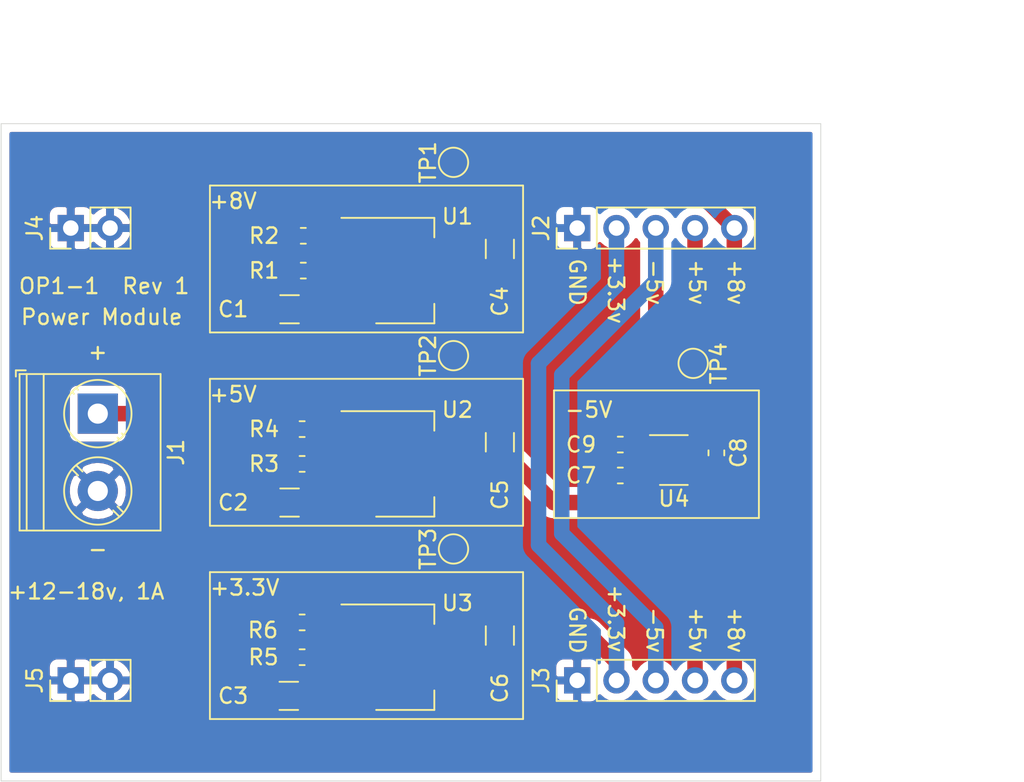
<source format=kicad_pcb>
(kicad_pcb (version 20171130) (host pcbnew 5.1.4-e60b266~84~ubuntu18.04.1)

  (general
    (thickness 1.6)
    (drawings 42)
    (tracks 116)
    (zones 0)
    (modules 28)
    (nets 12)
  )

  (page A4)
  (layers
    (0 F.Cu signal)
    (31 B.Cu signal)
    (32 B.Adhes user)
    (33 F.Adhes user)
    (34 B.Paste user)
    (35 F.Paste user)
    (36 B.SilkS user)
    (37 F.SilkS user)
    (38 B.Mask user)
    (39 F.Mask user)
    (40 Dwgs.User user)
    (41 Cmts.User user)
    (42 Eco1.User user)
    (43 Eco2.User user)
    (44 Edge.Cuts user)
    (45 Margin user)
    (46 B.CrtYd user hide)
    (47 F.CrtYd user hide)
    (48 B.Fab user)
    (49 F.Fab user hide)
  )

  (setup
    (last_trace_width 0.5)
    (user_trace_width 0.5)
    (user_trace_width 1)
    (trace_clearance 0.2)
    (zone_clearance 0.508)
    (zone_45_only no)
    (trace_min 0.2)
    (via_size 0.8)
    (via_drill 0.4)
    (via_min_size 0.4)
    (via_min_drill 0.3)
    (uvia_size 0.3)
    (uvia_drill 0.1)
    (uvias_allowed no)
    (uvia_min_size 0.2)
    (uvia_min_drill 0.1)
    (edge_width 0.05)
    (segment_width 0.2)
    (pcb_text_width 0.3)
    (pcb_text_size 1.5 1.5)
    (mod_edge_width 0.12)
    (mod_text_size 1 1)
    (mod_text_width 0.15)
    (pad_size 1.524 1.524)
    (pad_drill 0.762)
    (pad_to_mask_clearance 0.051)
    (solder_mask_min_width 0.25)
    (aux_axis_origin 0 0)
    (visible_elements FFFFFF7F)
    (pcbplotparams
      (layerselection 0x010fc_ffffffff)
      (usegerberextensions false)
      (usegerberattributes false)
      (usegerberadvancedattributes false)
      (creategerberjobfile false)
      (excludeedgelayer true)
      (linewidth 0.100000)
      (plotframeref false)
      (viasonmask false)
      (mode 1)
      (useauxorigin false)
      (hpglpennumber 1)
      (hpglpenspeed 20)
      (hpglpendiameter 15.000000)
      (psnegative false)
      (psa4output false)
      (plotreference true)
      (plotvalue true)
      (plotinvisibletext false)
      (padsonsilk false)
      (subtractmaskfromsilk false)
      (outputformat 1)
      (mirror false)
      (drillshape 1)
      (scaleselection 1)
      (outputdirectory ""))
  )

  (net 0 "")
  (net 1 GND)
  (net 2 "Net-(C1-Pad1)")
  (net 3 /+8v)
  (net 4 /+5v)
  (net 5 /+3.3v)
  (net 6 "Net-(C8-Pad2)")
  (net 7 "Net-(C8-Pad1)")
  (net 8 /-5v)
  (net 9 "Net-(R1-Pad2)")
  (net 10 "Net-(R3-Pad2)")
  (net 11 "Net-(R5-Pad2)")

  (net_class Default "This is the default net class."
    (clearance 0.2)
    (trace_width 0.25)
    (via_dia 0.8)
    (via_drill 0.4)
    (uvia_dia 0.3)
    (uvia_drill 0.1)
    (add_net /+3.3v)
    (add_net /+5v)
    (add_net /+8v)
    (add_net /-5v)
    (add_net GND)
    (add_net "Net-(C1-Pad1)")
    (add_net "Net-(C8-Pad1)")
    (add_net "Net-(C8-Pad2)")
    (add_net "Net-(R1-Pad2)")
    (add_net "Net-(R3-Pad2)")
    (add_net "Net-(R5-Pad2)")
  )

  (module TestPoint:TestPoint_Pad_D1.5mm (layer F.Cu) (tedit 5A0F774F) (tstamp 5E19DAB3)
    (at 146.75 80 270)
    (descr "SMD pad as test Point, diameter 1.5mm")
    (tags "test point SMD pad")
    (path /5E2ABBD7)
    (attr virtual)
    (fp_text reference TP4 (at 0 -1.648 90) (layer F.SilkS)
      (effects (font (size 1 1) (thickness 0.15)))
    )
    (fp_text value TestPoint (at 0 1.75 90) (layer F.Fab)
      (effects (font (size 1 1) (thickness 0.15)))
    )
    (fp_circle (center 0 0) (end 0 0.95) (layer F.SilkS) (width 0.12))
    (fp_circle (center 0 0) (end 1.25 0) (layer F.CrtYd) (width 0.05))
    (fp_text user %R (at 0 -1.65 90) (layer F.Fab)
      (effects (font (size 1 1) (thickness 0.15)))
    )
    (pad 1 smd circle (at 0 0 270) (size 1.5 1.5) (layers F.Cu F.Mask)
      (net 8 /-5v))
  )

  (module TestPoint:TestPoint_Pad_D1.5mm (layer F.Cu) (tedit 5A0F774F) (tstamp 5E19DAAB)
    (at 131.25 92 90)
    (descr "SMD pad as test Point, diameter 1.5mm")
    (tags "test point SMD pad")
    (path /5E1C3EBA)
    (attr virtual)
    (fp_text reference TP3 (at 0 -1.648 90) (layer F.SilkS)
      (effects (font (size 1 1) (thickness 0.15)))
    )
    (fp_text value TestPoint (at 0 1.75 90) (layer F.Fab)
      (effects (font (size 1 1) (thickness 0.15)))
    )
    (fp_circle (center 0 0) (end 0 0.95) (layer F.SilkS) (width 0.12))
    (fp_circle (center 0 0) (end 1.25 0) (layer F.CrtYd) (width 0.05))
    (fp_text user %R (at 0 -1.65 90) (layer F.Fab)
      (effects (font (size 1 1) (thickness 0.15)))
    )
    (pad 1 smd circle (at 0 0 90) (size 1.5 1.5) (layers F.Cu F.Mask)
      (net 5 /+3.3v))
  )

  (module TestPoint:TestPoint_Pad_D1.5mm (layer F.Cu) (tedit 5A0F774F) (tstamp 5E19DAA3)
    (at 131.25 79.5 90)
    (descr "SMD pad as test Point, diameter 1.5mm")
    (tags "test point SMD pad")
    (path /5E1C6760)
    (attr virtual)
    (fp_text reference TP2 (at 0 -1.648 90) (layer F.SilkS)
      (effects (font (size 1 1) (thickness 0.15)))
    )
    (fp_text value TestPoint (at 0 1.75 90) (layer F.Fab)
      (effects (font (size 1 1) (thickness 0.15)))
    )
    (fp_circle (center 0 0) (end 0 0.95) (layer F.SilkS) (width 0.12))
    (fp_circle (center 0 0) (end 1.25 0) (layer F.CrtYd) (width 0.05))
    (fp_text user %R (at 0 -1.65 90) (layer F.Fab)
      (effects (font (size 1 1) (thickness 0.15)))
    )
    (pad 1 smd circle (at 0 0 90) (size 1.5 1.5) (layers F.Cu F.Mask)
      (net 4 /+5v))
  )

  (module TestPoint:TestPoint_Pad_D1.5mm (layer F.Cu) (tedit 5A0F774F) (tstamp 5E19DA9B)
    (at 131.25 67 90)
    (descr "SMD pad as test Point, diameter 1.5mm")
    (tags "test point SMD pad")
    (path /5E1BECE3)
    (attr virtual)
    (fp_text reference TP1 (at 0 -1.648 90) (layer F.SilkS)
      (effects (font (size 1 1) (thickness 0.15)))
    )
    (fp_text value TestPoint (at 0 1.75 90) (layer F.Fab)
      (effects (font (size 1 1) (thickness 0.15)))
    )
    (fp_circle (center 0 0) (end 0 0.95) (layer F.SilkS) (width 0.12))
    (fp_circle (center 0 0) (end 1.25 0) (layer F.CrtYd) (width 0.05))
    (fp_text user %R (at 0 -1.65 90) (layer F.Fab)
      (effects (font (size 1 1) (thickness 0.15)))
    )
    (pad 1 smd circle (at 0 0 90) (size 1.5 1.5) (layers F.Cu F.Mask)
      (net 3 /+8v))
  )

  (module Connector_PinHeader_2.54mm:PinHeader_1x02_P2.54mm_Vertical (layer F.Cu) (tedit 59FED5CC) (tstamp 5E19D9D3)
    (at 106.5 100.5 90)
    (descr "Through hole straight pin header, 1x02, 2.54mm pitch, single row")
    (tags "Through hole pin header THT 1x02 2.54mm single row")
    (path /5E38D05F)
    (fp_text reference J5 (at 0 -2.33 90) (layer F.SilkS)
      (effects (font (size 1 1) (thickness 0.15)))
    )
    (fp_text value Conn_01x02_Male (at 0 4.87 90) (layer F.Fab)
      (effects (font (size 1 1) (thickness 0.15)))
    )
    (fp_text user %R (at 0 1.27) (layer F.Fab)
      (effects (font (size 1 1) (thickness 0.15)))
    )
    (fp_line (start 1.8 -1.8) (end -1.8 -1.8) (layer F.CrtYd) (width 0.05))
    (fp_line (start 1.8 4.35) (end 1.8 -1.8) (layer F.CrtYd) (width 0.05))
    (fp_line (start -1.8 4.35) (end 1.8 4.35) (layer F.CrtYd) (width 0.05))
    (fp_line (start -1.8 -1.8) (end -1.8 4.35) (layer F.CrtYd) (width 0.05))
    (fp_line (start -1.33 -1.33) (end 0 -1.33) (layer F.SilkS) (width 0.12))
    (fp_line (start -1.33 0) (end -1.33 -1.33) (layer F.SilkS) (width 0.12))
    (fp_line (start -1.33 1.27) (end 1.33 1.27) (layer F.SilkS) (width 0.12))
    (fp_line (start 1.33 1.27) (end 1.33 3.87) (layer F.SilkS) (width 0.12))
    (fp_line (start -1.33 1.27) (end -1.33 3.87) (layer F.SilkS) (width 0.12))
    (fp_line (start -1.33 3.87) (end 1.33 3.87) (layer F.SilkS) (width 0.12))
    (fp_line (start -1.27 -0.635) (end -0.635 -1.27) (layer F.Fab) (width 0.1))
    (fp_line (start -1.27 3.81) (end -1.27 -0.635) (layer F.Fab) (width 0.1))
    (fp_line (start 1.27 3.81) (end -1.27 3.81) (layer F.Fab) (width 0.1))
    (fp_line (start 1.27 -1.27) (end 1.27 3.81) (layer F.Fab) (width 0.1))
    (fp_line (start -0.635 -1.27) (end 1.27 -1.27) (layer F.Fab) (width 0.1))
    (pad 2 thru_hole oval (at 0 2.54 90) (size 1.7 1.7) (drill 1) (layers *.Cu *.Mask)
      (net 1 GND))
    (pad 1 thru_hole rect (at 0 0 90) (size 1.7 1.7) (drill 1) (layers *.Cu *.Mask)
      (net 1 GND))
    (model ${KISYS3DMOD}/Connector_PinHeader_2.54mm.3dshapes/PinHeader_1x02_P2.54mm_Vertical.wrl
      (at (xyz 0 0 0))
      (scale (xyz 1 1 1))
      (rotate (xyz 0 0 0))
    )
  )

  (module Connector_PinHeader_2.54mm:PinHeader_1x02_P2.54mm_Vertical (layer F.Cu) (tedit 59FED5CC) (tstamp 5E19D9BD)
    (at 106.5 71.25 90)
    (descr "Through hole straight pin header, 1x02, 2.54mm pitch, single row")
    (tags "Through hole pin header THT 1x02 2.54mm single row")
    (path /5E38A7BA)
    (fp_text reference J4 (at 0 -2.33 90) (layer F.SilkS)
      (effects (font (size 1 1) (thickness 0.15)))
    )
    (fp_text value Conn_01x02_Male (at 0 4.87 90) (layer F.Fab)
      (effects (font (size 1 1) (thickness 0.15)))
    )
    (fp_text user %R (at 0 1.27) (layer F.Fab)
      (effects (font (size 1 1) (thickness 0.15)))
    )
    (fp_line (start 1.8 -1.8) (end -1.8 -1.8) (layer F.CrtYd) (width 0.05))
    (fp_line (start 1.8 4.35) (end 1.8 -1.8) (layer F.CrtYd) (width 0.05))
    (fp_line (start -1.8 4.35) (end 1.8 4.35) (layer F.CrtYd) (width 0.05))
    (fp_line (start -1.8 -1.8) (end -1.8 4.35) (layer F.CrtYd) (width 0.05))
    (fp_line (start -1.33 -1.33) (end 0 -1.33) (layer F.SilkS) (width 0.12))
    (fp_line (start -1.33 0) (end -1.33 -1.33) (layer F.SilkS) (width 0.12))
    (fp_line (start -1.33 1.27) (end 1.33 1.27) (layer F.SilkS) (width 0.12))
    (fp_line (start 1.33 1.27) (end 1.33 3.87) (layer F.SilkS) (width 0.12))
    (fp_line (start -1.33 1.27) (end -1.33 3.87) (layer F.SilkS) (width 0.12))
    (fp_line (start -1.33 3.87) (end 1.33 3.87) (layer F.SilkS) (width 0.12))
    (fp_line (start -1.27 -0.635) (end -0.635 -1.27) (layer F.Fab) (width 0.1))
    (fp_line (start -1.27 3.81) (end -1.27 -0.635) (layer F.Fab) (width 0.1))
    (fp_line (start 1.27 3.81) (end -1.27 3.81) (layer F.Fab) (width 0.1))
    (fp_line (start 1.27 -1.27) (end 1.27 3.81) (layer F.Fab) (width 0.1))
    (fp_line (start -0.635 -1.27) (end 1.27 -1.27) (layer F.Fab) (width 0.1))
    (pad 2 thru_hole oval (at 0 2.54 90) (size 1.7 1.7) (drill 1) (layers *.Cu *.Mask)
      (net 1 GND))
    (pad 1 thru_hole rect (at 0 0 90) (size 1.7 1.7) (drill 1) (layers *.Cu *.Mask)
      (net 1 GND))
    (model ${KISYS3DMOD}/Connector_PinHeader_2.54mm.3dshapes/PinHeader_1x02_P2.54mm_Vertical.wrl
      (at (xyz 0 0 0))
      (scale (xyz 1 1 1))
      (rotate (xyz 0 0 0))
    )
  )

  (module Connector_PinHeader_2.54mm:PinHeader_1x05_P2.54mm_Vertical (layer F.Cu) (tedit 59FED5CC) (tstamp 5E19C305)
    (at 139.25 100.5 90)
    (descr "Through hole straight pin header, 1x05, 2.54mm pitch, single row")
    (tags "Through hole pin header THT 1x05 2.54mm single row")
    (path /5E323659)
    (fp_text reference J3 (at 0 -2.33 90) (layer F.SilkS)
      (effects (font (size 1 1) (thickness 0.15)))
    )
    (fp_text value Conn_01x05_Male (at 0 12.49 90) (layer F.Fab)
      (effects (font (size 1 1) (thickness 0.15)))
    )
    (fp_text user %R (at 0 5.08) (layer F.Fab)
      (effects (font (size 1 1) (thickness 0.15)))
    )
    (fp_line (start 1.8 -1.8) (end -1.8 -1.8) (layer F.CrtYd) (width 0.05))
    (fp_line (start 1.8 11.95) (end 1.8 -1.8) (layer F.CrtYd) (width 0.05))
    (fp_line (start -1.8 11.95) (end 1.8 11.95) (layer F.CrtYd) (width 0.05))
    (fp_line (start -1.8 -1.8) (end -1.8 11.95) (layer F.CrtYd) (width 0.05))
    (fp_line (start -1.33 -1.33) (end 0 -1.33) (layer F.SilkS) (width 0.12))
    (fp_line (start -1.33 0) (end -1.33 -1.33) (layer F.SilkS) (width 0.12))
    (fp_line (start -1.33 1.27) (end 1.33 1.27) (layer F.SilkS) (width 0.12))
    (fp_line (start 1.33 1.27) (end 1.33 11.49) (layer F.SilkS) (width 0.12))
    (fp_line (start -1.33 1.27) (end -1.33 11.49) (layer F.SilkS) (width 0.12))
    (fp_line (start -1.33 11.49) (end 1.33 11.49) (layer F.SilkS) (width 0.12))
    (fp_line (start -1.27 -0.635) (end -0.635 -1.27) (layer F.Fab) (width 0.1))
    (fp_line (start -1.27 11.43) (end -1.27 -0.635) (layer F.Fab) (width 0.1))
    (fp_line (start 1.27 11.43) (end -1.27 11.43) (layer F.Fab) (width 0.1))
    (fp_line (start 1.27 -1.27) (end 1.27 11.43) (layer F.Fab) (width 0.1))
    (fp_line (start -0.635 -1.27) (end 1.27 -1.27) (layer F.Fab) (width 0.1))
    (pad 5 thru_hole oval (at 0 10.16 90) (size 1.7 1.7) (drill 1) (layers *.Cu *.Mask)
      (net 3 /+8v))
    (pad 4 thru_hole oval (at 0 7.62 90) (size 1.7 1.7) (drill 1) (layers *.Cu *.Mask)
      (net 4 /+5v))
    (pad 3 thru_hole oval (at 0 5.08 90) (size 1.7 1.7) (drill 1) (layers *.Cu *.Mask)
      (net 8 /-5v))
    (pad 2 thru_hole oval (at 0 2.54 90) (size 1.7 1.7) (drill 1) (layers *.Cu *.Mask)
      (net 5 /+3.3v))
    (pad 1 thru_hole rect (at 0 0 90) (size 1.7 1.7) (drill 1) (layers *.Cu *.Mask)
      (net 1 GND))
    (model ${KISYS3DMOD}/Connector_PinHeader_2.54mm.3dshapes/PinHeader_1x05_P2.54mm_Vertical.wrl
      (at (xyz 0 0 0))
      (scale (xyz 1 1 1))
      (rotate (xyz 0 0 0))
    )
  )

  (module Connector_PinHeader_2.54mm:PinHeader_1x05_P2.54mm_Vertical (layer F.Cu) (tedit 59FED5CC) (tstamp 5E19C2EC)
    (at 139.25 71.25 90)
    (descr "Through hole straight pin header, 1x05, 2.54mm pitch, single row")
    (tags "Through hole pin header THT 1x05 2.54mm single row")
    (path /5E23092A)
    (fp_text reference J2 (at 0 -2.33 90) (layer F.SilkS)
      (effects (font (size 1 1) (thickness 0.15)))
    )
    (fp_text value Conn_01x05_Male (at 0 12.49 90) (layer F.Fab)
      (effects (font (size 1 1) (thickness 0.15)))
    )
    (fp_text user %R (at 0 5.08) (layer F.Fab)
      (effects (font (size 1 1) (thickness 0.15)))
    )
    (fp_line (start 1.8 -1.8) (end -1.8 -1.8) (layer F.CrtYd) (width 0.05))
    (fp_line (start 1.8 11.95) (end 1.8 -1.8) (layer F.CrtYd) (width 0.05))
    (fp_line (start -1.8 11.95) (end 1.8 11.95) (layer F.CrtYd) (width 0.05))
    (fp_line (start -1.8 -1.8) (end -1.8 11.95) (layer F.CrtYd) (width 0.05))
    (fp_line (start -1.33 -1.33) (end 0 -1.33) (layer F.SilkS) (width 0.12))
    (fp_line (start -1.33 0) (end -1.33 -1.33) (layer F.SilkS) (width 0.12))
    (fp_line (start -1.33 1.27) (end 1.33 1.27) (layer F.SilkS) (width 0.12))
    (fp_line (start 1.33 1.27) (end 1.33 11.49) (layer F.SilkS) (width 0.12))
    (fp_line (start -1.33 1.27) (end -1.33 11.49) (layer F.SilkS) (width 0.12))
    (fp_line (start -1.33 11.49) (end 1.33 11.49) (layer F.SilkS) (width 0.12))
    (fp_line (start -1.27 -0.635) (end -0.635 -1.27) (layer F.Fab) (width 0.1))
    (fp_line (start -1.27 11.43) (end -1.27 -0.635) (layer F.Fab) (width 0.1))
    (fp_line (start 1.27 11.43) (end -1.27 11.43) (layer F.Fab) (width 0.1))
    (fp_line (start 1.27 -1.27) (end 1.27 11.43) (layer F.Fab) (width 0.1))
    (fp_line (start -0.635 -1.27) (end 1.27 -1.27) (layer F.Fab) (width 0.1))
    (pad 5 thru_hole oval (at 0 10.16 90) (size 1.7 1.7) (drill 1) (layers *.Cu *.Mask)
      (net 3 /+8v))
    (pad 4 thru_hole oval (at 0 7.62 90) (size 1.7 1.7) (drill 1) (layers *.Cu *.Mask)
      (net 4 /+5v))
    (pad 3 thru_hole oval (at 0 5.08 90) (size 1.7 1.7) (drill 1) (layers *.Cu *.Mask)
      (net 8 /-5v))
    (pad 2 thru_hole oval (at 0 2.54 90) (size 1.7 1.7) (drill 1) (layers *.Cu *.Mask)
      (net 5 /+3.3v))
    (pad 1 thru_hole rect (at 0 0 90) (size 1.7 1.7) (drill 1) (layers *.Cu *.Mask)
      (net 1 GND))
    (model ${KISYS3DMOD}/Connector_PinHeader_2.54mm.3dshapes/PinHeader_1x05_P2.54mm_Vertical.wrl
      (at (xyz 0 0 0))
      (scale (xyz 1 1 1))
      (rotate (xyz 0 0 0))
    )
  )

  (module TerminalBlock_Phoenix:TerminalBlock_Phoenix_PT-1,5-2-5.0-H_1x02_P5.00mm_Horizontal (layer F.Cu) (tedit 5B294F69) (tstamp 5E19C2D3)
    (at 108.25 83.25 270)
    (descr "Terminal Block Phoenix PT-1,5-2-5.0-H, 2 pins, pitch 5mm, size 10x9mm^2, drill diamater 1.3mm, pad diameter 2.6mm, see http://www.mouser.com/ds/2/324/ItemDetail_1935161-922578.pdf, script-generated using https://github.com/pointhi/kicad-footprint-generator/scripts/TerminalBlock_Phoenix")
    (tags "THT Terminal Block Phoenix PT-1,5-2-5.0-H pitch 5mm size 10x9mm^2 drill 1.3mm pad 2.6mm")
    (path /5E310E8A)
    (fp_text reference J1 (at 2.5 -5.06 90) (layer F.SilkS)
      (effects (font (size 1 1) (thickness 0.15)))
    )
    (fp_text value Screw_Terminal_01x02 (at 2.5 6.06 90) (layer F.Fab)
      (effects (font (size 1 1) (thickness 0.15)))
    )
    (fp_text user %R (at 2.5 2.9 90) (layer F.Fab)
      (effects (font (size 1 1) (thickness 0.15)))
    )
    (fp_line (start 8 -4.5) (end -3 -4.5) (layer F.CrtYd) (width 0.05))
    (fp_line (start 8 5.5) (end 8 -4.5) (layer F.CrtYd) (width 0.05))
    (fp_line (start -3 5.5) (end 8 5.5) (layer F.CrtYd) (width 0.05))
    (fp_line (start -3 -4.5) (end -3 5.5) (layer F.CrtYd) (width 0.05))
    (fp_line (start -2.8 5.3) (end -2.4 5.3) (layer F.SilkS) (width 0.12))
    (fp_line (start -2.8 4.66) (end -2.8 5.3) (layer F.SilkS) (width 0.12))
    (fp_line (start 3.742 0.992) (end 3.347 1.388) (layer F.SilkS) (width 0.12))
    (fp_line (start 6.388 -1.654) (end 6.008 -1.274) (layer F.SilkS) (width 0.12))
    (fp_line (start 3.993 1.274) (end 3.613 1.654) (layer F.SilkS) (width 0.12))
    (fp_line (start 6.654 -1.388) (end 6.259 -0.992) (layer F.SilkS) (width 0.12))
    (fp_line (start 6.273 -1.517) (end 3.484 1.273) (layer F.Fab) (width 0.1))
    (fp_line (start 6.517 -1.273) (end 3.728 1.517) (layer F.Fab) (width 0.1))
    (fp_line (start -1.548 1.281) (end -1.654 1.388) (layer F.SilkS) (width 0.12))
    (fp_line (start 1.388 -1.654) (end 1.281 -1.547) (layer F.SilkS) (width 0.12))
    (fp_line (start -1.282 1.547) (end -1.388 1.654) (layer F.SilkS) (width 0.12))
    (fp_line (start 1.654 -1.388) (end 1.547 -1.281) (layer F.SilkS) (width 0.12))
    (fp_line (start 1.273 -1.517) (end -1.517 1.273) (layer F.Fab) (width 0.1))
    (fp_line (start 1.517 -1.273) (end -1.273 1.517) (layer F.Fab) (width 0.1))
    (fp_line (start 7.56 -4.06) (end 7.56 5.06) (layer F.SilkS) (width 0.12))
    (fp_line (start -2.56 -4.06) (end -2.56 5.06) (layer F.SilkS) (width 0.12))
    (fp_line (start -2.56 5.06) (end 7.56 5.06) (layer F.SilkS) (width 0.12))
    (fp_line (start -2.56 -4.06) (end 7.56 -4.06) (layer F.SilkS) (width 0.12))
    (fp_line (start -2.56 3.5) (end 7.56 3.5) (layer F.SilkS) (width 0.12))
    (fp_line (start -2.5 3.5) (end 7.5 3.5) (layer F.Fab) (width 0.1))
    (fp_line (start -2.56 4.6) (end 7.56 4.6) (layer F.SilkS) (width 0.12))
    (fp_line (start -2.5 4.6) (end 7.5 4.6) (layer F.Fab) (width 0.1))
    (fp_line (start -2.5 4.6) (end -2.5 -4) (layer F.Fab) (width 0.1))
    (fp_line (start -2.1 5) (end -2.5 4.6) (layer F.Fab) (width 0.1))
    (fp_line (start 7.5 5) (end -2.1 5) (layer F.Fab) (width 0.1))
    (fp_line (start 7.5 -4) (end 7.5 5) (layer F.Fab) (width 0.1))
    (fp_line (start -2.5 -4) (end 7.5 -4) (layer F.Fab) (width 0.1))
    (fp_circle (center 5 0) (end 7.18 0) (layer F.SilkS) (width 0.12))
    (fp_circle (center 5 0) (end 7 0) (layer F.Fab) (width 0.1))
    (fp_circle (center 0 0) (end 2.18 0) (layer F.SilkS) (width 0.12))
    (fp_circle (center 0 0) (end 2 0) (layer F.Fab) (width 0.1))
    (pad 2 thru_hole circle (at 5 0 270) (size 2.6 2.6) (drill 1.3) (layers *.Cu *.Mask)
      (net 1 GND))
    (pad 1 thru_hole rect (at 0 0 270) (size 2.6 2.6) (drill 1.3) (layers *.Cu *.Mask)
      (net 2 "Net-(C1-Pad1)"))
    (model ${KISYS3DMOD}/TerminalBlock_Phoenix.3dshapes/TerminalBlock_Phoenix_PT-1,5-2-5.0-H_1x02_P5.00mm_Horizontal.wrl
      (at (xyz 0 0 0))
      (scale (xyz 1 1 1))
      (rotate (xyz 0 0 0))
    )
  )

  (module Package_TO_SOT_SMD:SOT-23-6 (layer F.Cu) (tedit 5A02FF57) (tstamp 5E195E0F)
    (at 145.5 86.25)
    (descr "6-pin SOT-23 package")
    (tags SOT-23-6)
    (path /5E1F5DE6)
    (attr smd)
    (fp_text reference U4 (at 0 2.5) (layer F.SilkS)
      (effects (font (size 1 1) (thickness 0.15)))
    )
    (fp_text value LM2776 (at 0 2.9) (layer F.Fab)
      (effects (font (size 1 1) (thickness 0.15)))
    )
    (fp_line (start 0.9 -1.55) (end 0.9 1.55) (layer F.Fab) (width 0.1))
    (fp_line (start 0.9 1.55) (end -0.9 1.55) (layer F.Fab) (width 0.1))
    (fp_line (start -0.9 -0.9) (end -0.9 1.55) (layer F.Fab) (width 0.1))
    (fp_line (start 0.9 -1.55) (end -0.25 -1.55) (layer F.Fab) (width 0.1))
    (fp_line (start -0.9 -0.9) (end -0.25 -1.55) (layer F.Fab) (width 0.1))
    (fp_line (start -1.9 -1.8) (end -1.9 1.8) (layer F.CrtYd) (width 0.05))
    (fp_line (start -1.9 1.8) (end 1.9 1.8) (layer F.CrtYd) (width 0.05))
    (fp_line (start 1.9 1.8) (end 1.9 -1.8) (layer F.CrtYd) (width 0.05))
    (fp_line (start 1.9 -1.8) (end -1.9 -1.8) (layer F.CrtYd) (width 0.05))
    (fp_line (start 0.9 -1.61) (end -1.55 -1.61) (layer F.SilkS) (width 0.12))
    (fp_line (start -0.9 1.61) (end 0.9 1.61) (layer F.SilkS) (width 0.12))
    (fp_text user %R (at 0 0 90) (layer F.Fab)
      (effects (font (size 0.5 0.5) (thickness 0.075)))
    )
    (pad 5 smd rect (at 1.1 0) (size 1.06 0.65) (layers F.Cu F.Paste F.Mask)
      (net 6 "Net-(C8-Pad2)"))
    (pad 6 smd rect (at 1.1 -0.95) (size 1.06 0.65) (layers F.Cu F.Paste F.Mask)
      (net 7 "Net-(C8-Pad1)"))
    (pad 4 smd rect (at 1.1 0.95) (size 1.06 0.65) (layers F.Cu F.Paste F.Mask)
      (net 4 /+5v))
    (pad 3 smd rect (at -1.1 0.95) (size 1.06 0.65) (layers F.Cu F.Paste F.Mask)
      (net 4 /+5v))
    (pad 2 smd rect (at -1.1 0) (size 1.06 0.65) (layers F.Cu F.Paste F.Mask)
      (net 1 GND))
    (pad 1 smd rect (at -1.1 -0.95) (size 1.06 0.65) (layers F.Cu F.Paste F.Mask)
      (net 8 /-5v))
    (model ${KISYS3DMOD}/Package_TO_SOT_SMD.3dshapes/SOT-23-6.wrl
      (at (xyz 0 0 0))
      (scale (xyz 1 1 1))
      (rotate (xyz 0 0 0))
    )
  )

  (module Package_TO_SOT_SMD:SOT-223-3_TabPin2 (layer F.Cu) (tedit 5A02FF57) (tstamp 5E195DF9)
    (at 128.1 99)
    (descr "module CMS SOT223 4 pins")
    (tags "CMS SOT")
    (path /5E1B29A0)
    (attr smd)
    (fp_text reference U3 (at 3.4 -3.5) (layer F.SilkS)
      (effects (font (size 1 1) (thickness 0.15)))
    )
    (fp_text value LM1117-ADJ (at 0 4.5) (layer F.Fab)
      (effects (font (size 1 1) (thickness 0.15)))
    )
    (fp_line (start 1.85 -3.35) (end 1.85 3.35) (layer F.Fab) (width 0.1))
    (fp_line (start -1.85 3.35) (end 1.85 3.35) (layer F.Fab) (width 0.1))
    (fp_line (start -4.1 -3.41) (end 1.91 -3.41) (layer F.SilkS) (width 0.12))
    (fp_line (start -0.85 -3.35) (end 1.85 -3.35) (layer F.Fab) (width 0.1))
    (fp_line (start -1.85 3.41) (end 1.91 3.41) (layer F.SilkS) (width 0.12))
    (fp_line (start -1.85 -2.35) (end -1.85 3.35) (layer F.Fab) (width 0.1))
    (fp_line (start -1.85 -2.35) (end -0.85 -3.35) (layer F.Fab) (width 0.1))
    (fp_line (start -4.4 -3.6) (end -4.4 3.6) (layer F.CrtYd) (width 0.05))
    (fp_line (start -4.4 3.6) (end 4.4 3.6) (layer F.CrtYd) (width 0.05))
    (fp_line (start 4.4 3.6) (end 4.4 -3.6) (layer F.CrtYd) (width 0.05))
    (fp_line (start 4.4 -3.6) (end -4.4 -3.6) (layer F.CrtYd) (width 0.05))
    (fp_line (start 1.91 -3.41) (end 1.91 -2.15) (layer F.SilkS) (width 0.12))
    (fp_line (start 1.91 3.41) (end 1.91 2.15) (layer F.SilkS) (width 0.12))
    (fp_text user %R (at 0 0 90) (layer F.Fab)
      (effects (font (size 0.8 0.8) (thickness 0.12)))
    )
    (pad 1 smd rect (at -3.15 -2.3) (size 2 1.5) (layers F.Cu F.Paste F.Mask)
      (net 11 "Net-(R5-Pad2)"))
    (pad 3 smd rect (at -3.15 2.3) (size 2 1.5) (layers F.Cu F.Paste F.Mask)
      (net 2 "Net-(C1-Pad1)"))
    (pad 2 smd rect (at -3.15 0) (size 2 1.5) (layers F.Cu F.Paste F.Mask)
      (net 5 /+3.3v))
    (pad 2 smd rect (at 3.15 0) (size 2 3.8) (layers F.Cu F.Paste F.Mask)
      (net 5 /+3.3v))
    (model ${KISYS3DMOD}/Package_TO_SOT_SMD.3dshapes/SOT-223.wrl
      (at (xyz 0 0 0))
      (scale (xyz 1 1 1))
      (rotate (xyz 0 0 0))
    )
  )

  (module Package_TO_SOT_SMD:SOT-223-3_TabPin2 (layer F.Cu) (tedit 5A02FF57) (tstamp 5E195DE3)
    (at 128.1 86.5)
    (descr "module CMS SOT223 4 pins")
    (tags "CMS SOT")
    (path /5E19E5EF)
    (attr smd)
    (fp_text reference U2 (at 3.4 -3.5) (layer F.SilkS)
      (effects (font (size 1 1) (thickness 0.15)))
    )
    (fp_text value LM1117-ADJ (at 0 4.5) (layer F.Fab)
      (effects (font (size 1 1) (thickness 0.15)))
    )
    (fp_line (start 1.85 -3.35) (end 1.85 3.35) (layer F.Fab) (width 0.1))
    (fp_line (start -1.85 3.35) (end 1.85 3.35) (layer F.Fab) (width 0.1))
    (fp_line (start -4.1 -3.41) (end 1.91 -3.41) (layer F.SilkS) (width 0.12))
    (fp_line (start -0.85 -3.35) (end 1.85 -3.35) (layer F.Fab) (width 0.1))
    (fp_line (start -1.85 3.41) (end 1.91 3.41) (layer F.SilkS) (width 0.12))
    (fp_line (start -1.85 -2.35) (end -1.85 3.35) (layer F.Fab) (width 0.1))
    (fp_line (start -1.85 -2.35) (end -0.85 -3.35) (layer F.Fab) (width 0.1))
    (fp_line (start -4.4 -3.6) (end -4.4 3.6) (layer F.CrtYd) (width 0.05))
    (fp_line (start -4.4 3.6) (end 4.4 3.6) (layer F.CrtYd) (width 0.05))
    (fp_line (start 4.4 3.6) (end 4.4 -3.6) (layer F.CrtYd) (width 0.05))
    (fp_line (start 4.4 -3.6) (end -4.4 -3.6) (layer F.CrtYd) (width 0.05))
    (fp_line (start 1.91 -3.41) (end 1.91 -2.15) (layer F.SilkS) (width 0.12))
    (fp_line (start 1.91 3.41) (end 1.91 2.15) (layer F.SilkS) (width 0.12))
    (fp_text user %R (at 0 0 90) (layer F.Fab)
      (effects (font (size 0.8 0.8) (thickness 0.12)))
    )
    (pad 1 smd rect (at -3.15 -2.3) (size 2 1.5) (layers F.Cu F.Paste F.Mask)
      (net 10 "Net-(R3-Pad2)"))
    (pad 3 smd rect (at -3.15 2.3) (size 2 1.5) (layers F.Cu F.Paste F.Mask)
      (net 2 "Net-(C1-Pad1)"))
    (pad 2 smd rect (at -3.15 0) (size 2 1.5) (layers F.Cu F.Paste F.Mask)
      (net 4 /+5v))
    (pad 2 smd rect (at 3.15 0) (size 2 3.8) (layers F.Cu F.Paste F.Mask)
      (net 4 /+5v))
    (model ${KISYS3DMOD}/Package_TO_SOT_SMD.3dshapes/SOT-223.wrl
      (at (xyz 0 0 0))
      (scale (xyz 1 1 1))
      (rotate (xyz 0 0 0))
    )
  )

  (module Package_TO_SOT_SMD:SOT-223-3_TabPin2 (layer F.Cu) (tedit 5A02FF57) (tstamp 5E195DCD)
    (at 128.1 74)
    (descr "module CMS SOT223 4 pins")
    (tags "CMS SOT")
    (path /5E1B5B25)
    (attr smd)
    (fp_text reference U1 (at 3.4 -3.5) (layer F.SilkS)
      (effects (font (size 1 1) (thickness 0.15)))
    )
    (fp_text value LM1117-ADJ (at 0 4.5) (layer F.Fab)
      (effects (font (size 1 1) (thickness 0.15)))
    )
    (fp_line (start 1.85 -3.35) (end 1.85 3.35) (layer F.Fab) (width 0.1))
    (fp_line (start -1.85 3.35) (end 1.85 3.35) (layer F.Fab) (width 0.1))
    (fp_line (start -4.1 -3.41) (end 1.91 -3.41) (layer F.SilkS) (width 0.12))
    (fp_line (start -0.85 -3.35) (end 1.85 -3.35) (layer F.Fab) (width 0.1))
    (fp_line (start -1.85 3.41) (end 1.91 3.41) (layer F.SilkS) (width 0.12))
    (fp_line (start -1.85 -2.35) (end -1.85 3.35) (layer F.Fab) (width 0.1))
    (fp_line (start -1.85 -2.35) (end -0.85 -3.35) (layer F.Fab) (width 0.1))
    (fp_line (start -4.4 -3.6) (end -4.4 3.6) (layer F.CrtYd) (width 0.05))
    (fp_line (start -4.4 3.6) (end 4.4 3.6) (layer F.CrtYd) (width 0.05))
    (fp_line (start 4.4 3.6) (end 4.4 -3.6) (layer F.CrtYd) (width 0.05))
    (fp_line (start 4.4 -3.6) (end -4.4 -3.6) (layer F.CrtYd) (width 0.05))
    (fp_line (start 1.91 -3.41) (end 1.91 -2.15) (layer F.SilkS) (width 0.12))
    (fp_line (start 1.91 3.41) (end 1.91 2.15) (layer F.SilkS) (width 0.12))
    (fp_text user %R (at 0 0 90) (layer F.Fab)
      (effects (font (size 0.8 0.8) (thickness 0.12)))
    )
    (pad 1 smd rect (at -3.15 -2.3) (size 2 1.5) (layers F.Cu F.Paste F.Mask)
      (net 9 "Net-(R1-Pad2)"))
    (pad 3 smd rect (at -3.15 2.3) (size 2 1.5) (layers F.Cu F.Paste F.Mask)
      (net 2 "Net-(C1-Pad1)"))
    (pad 2 smd rect (at -3.15 0) (size 2 1.5) (layers F.Cu F.Paste F.Mask)
      (net 3 /+8v))
    (pad 2 smd rect (at 3.15 0) (size 2 3.8) (layers F.Cu F.Paste F.Mask)
      (net 3 /+8v))
    (model ${KISYS3DMOD}/Package_TO_SOT_SMD.3dshapes/SOT-223.wrl
      (at (xyz 0 0 0))
      (scale (xyz 1 1 1))
      (rotate (xyz 0 0 0))
    )
  )

  (module Resistor_SMD:R_0603_1608Metric (layer F.Cu) (tedit 5B301BBD) (tstamp 5E195D97)
    (at 121.4625 96.75 180)
    (descr "Resistor SMD 0603 (1608 Metric), square (rectangular) end terminal, IPC_7351 nominal, (Body size source: http://www.tortai-tech.com/upload/download/2011102023233369053.pdf), generated with kicad-footprint-generator")
    (tags resistor)
    (path /5E1B29AE)
    (attr smd)
    (fp_text reference R6 (at 2.5375 -0.5) (layer F.SilkS)
      (effects (font (size 1 1) (thickness 0.15)))
    )
    (fp_text value 180 (at 0 1.43) (layer F.Fab)
      (effects (font (size 1 1) (thickness 0.15)))
    )
    (fp_text user %R (at 0 0) (layer F.Fab)
      (effects (font (size 0.4 0.4) (thickness 0.06)))
    )
    (fp_line (start 1.48 0.73) (end -1.48 0.73) (layer F.CrtYd) (width 0.05))
    (fp_line (start 1.48 -0.73) (end 1.48 0.73) (layer F.CrtYd) (width 0.05))
    (fp_line (start -1.48 -0.73) (end 1.48 -0.73) (layer F.CrtYd) (width 0.05))
    (fp_line (start -1.48 0.73) (end -1.48 -0.73) (layer F.CrtYd) (width 0.05))
    (fp_line (start -0.162779 0.51) (end 0.162779 0.51) (layer F.SilkS) (width 0.12))
    (fp_line (start -0.162779 -0.51) (end 0.162779 -0.51) (layer F.SilkS) (width 0.12))
    (fp_line (start 0.8 0.4) (end -0.8 0.4) (layer F.Fab) (width 0.1))
    (fp_line (start 0.8 -0.4) (end 0.8 0.4) (layer F.Fab) (width 0.1))
    (fp_line (start -0.8 -0.4) (end 0.8 -0.4) (layer F.Fab) (width 0.1))
    (fp_line (start -0.8 0.4) (end -0.8 -0.4) (layer F.Fab) (width 0.1))
    (pad 2 smd roundrect (at 0.7875 0 180) (size 0.875 0.95) (layers F.Cu F.Paste F.Mask) (roundrect_rratio 0.25)
      (net 1 GND))
    (pad 1 smd roundrect (at -0.7875 0 180) (size 0.875 0.95) (layers F.Cu F.Paste F.Mask) (roundrect_rratio 0.25)
      (net 11 "Net-(R5-Pad2)"))
    (model ${KISYS3DMOD}/Resistor_SMD.3dshapes/R_0603_1608Metric.wrl
      (at (xyz 0 0 0))
      (scale (xyz 1 1 1))
      (rotate (xyz 0 0 0))
    )
  )

  (module Resistor_SMD:R_0603_1608Metric (layer F.Cu) (tedit 5B301BBD) (tstamp 5E195D86)
    (at 121.4625 99)
    (descr "Resistor SMD 0603 (1608 Metric), square (rectangular) end terminal, IPC_7351 nominal, (Body size source: http://www.tortai-tech.com/upload/download/2011102023233369053.pdf), generated with kicad-footprint-generator")
    (tags resistor)
    (path /5E1B29A8)
    (attr smd)
    (fp_text reference R5 (at -2.5 0) (layer F.SilkS)
      (effects (font (size 1 1) (thickness 0.15)))
    )
    (fp_text value 110 (at 0 1.43) (layer F.Fab)
      (effects (font (size 1 1) (thickness 0.15)))
    )
    (fp_text user %R (at 0 0) (layer F.Fab)
      (effects (font (size 0.4 0.4) (thickness 0.06)))
    )
    (fp_line (start 1.48 0.73) (end -1.48 0.73) (layer F.CrtYd) (width 0.05))
    (fp_line (start 1.48 -0.73) (end 1.48 0.73) (layer F.CrtYd) (width 0.05))
    (fp_line (start -1.48 -0.73) (end 1.48 -0.73) (layer F.CrtYd) (width 0.05))
    (fp_line (start -1.48 0.73) (end -1.48 -0.73) (layer F.CrtYd) (width 0.05))
    (fp_line (start -0.162779 0.51) (end 0.162779 0.51) (layer F.SilkS) (width 0.12))
    (fp_line (start -0.162779 -0.51) (end 0.162779 -0.51) (layer F.SilkS) (width 0.12))
    (fp_line (start 0.8 0.4) (end -0.8 0.4) (layer F.Fab) (width 0.1))
    (fp_line (start 0.8 -0.4) (end 0.8 0.4) (layer F.Fab) (width 0.1))
    (fp_line (start -0.8 -0.4) (end 0.8 -0.4) (layer F.Fab) (width 0.1))
    (fp_line (start -0.8 0.4) (end -0.8 -0.4) (layer F.Fab) (width 0.1))
    (pad 2 smd roundrect (at 0.7875 0) (size 0.875 0.95) (layers F.Cu F.Paste F.Mask) (roundrect_rratio 0.25)
      (net 11 "Net-(R5-Pad2)"))
    (pad 1 smd roundrect (at -0.7875 0) (size 0.875 0.95) (layers F.Cu F.Paste F.Mask) (roundrect_rratio 0.25)
      (net 5 /+3.3v))
    (model ${KISYS3DMOD}/Resistor_SMD.3dshapes/R_0603_1608Metric.wrl
      (at (xyz 0 0 0))
      (scale (xyz 1 1 1))
      (rotate (xyz 0 0 0))
    )
  )

  (module Resistor_SMD:R_0603_1608Metric (layer F.Cu) (tedit 5B301BBD) (tstamp 5E195D75)
    (at 121.4625 84.25 180)
    (descr "Resistor SMD 0603 (1608 Metric), square (rectangular) end terminal, IPC_7351 nominal, (Body size source: http://www.tortai-tech.com/upload/download/2011102023233369053.pdf), generated with kicad-footprint-generator")
    (tags resistor)
    (path /5E1A290B)
    (attr smd)
    (fp_text reference R4 (at 2.4625 0) (layer F.SilkS)
      (effects (font (size 1 1) (thickness 0.15)))
    )
    (fp_text value 360 (at 0 1.43) (layer F.Fab)
      (effects (font (size 1 1) (thickness 0.15)))
    )
    (fp_text user %R (at 0 0) (layer F.Fab)
      (effects (font (size 0.4 0.4) (thickness 0.06)))
    )
    (fp_line (start 1.48 0.73) (end -1.48 0.73) (layer F.CrtYd) (width 0.05))
    (fp_line (start 1.48 -0.73) (end 1.48 0.73) (layer F.CrtYd) (width 0.05))
    (fp_line (start -1.48 -0.73) (end 1.48 -0.73) (layer F.CrtYd) (width 0.05))
    (fp_line (start -1.48 0.73) (end -1.48 -0.73) (layer F.CrtYd) (width 0.05))
    (fp_line (start -0.162779 0.51) (end 0.162779 0.51) (layer F.SilkS) (width 0.12))
    (fp_line (start -0.162779 -0.51) (end 0.162779 -0.51) (layer F.SilkS) (width 0.12))
    (fp_line (start 0.8 0.4) (end -0.8 0.4) (layer F.Fab) (width 0.1))
    (fp_line (start 0.8 -0.4) (end 0.8 0.4) (layer F.Fab) (width 0.1))
    (fp_line (start -0.8 -0.4) (end 0.8 -0.4) (layer F.Fab) (width 0.1))
    (fp_line (start -0.8 0.4) (end -0.8 -0.4) (layer F.Fab) (width 0.1))
    (pad 2 smd roundrect (at 0.7875 0 180) (size 0.875 0.95) (layers F.Cu F.Paste F.Mask) (roundrect_rratio 0.25)
      (net 1 GND))
    (pad 1 smd roundrect (at -0.7875 0 180) (size 0.875 0.95) (layers F.Cu F.Paste F.Mask) (roundrect_rratio 0.25)
      (net 10 "Net-(R3-Pad2)"))
    (model ${KISYS3DMOD}/Resistor_SMD.3dshapes/R_0603_1608Metric.wrl
      (at (xyz 0 0 0))
      (scale (xyz 1 1 1))
      (rotate (xyz 0 0 0))
    )
  )

  (module Resistor_SMD:R_0603_1608Metric (layer F.Cu) (tedit 5B301BBD) (tstamp 5E195D64)
    (at 121.4625 86.5)
    (descr "Resistor SMD 0603 (1608 Metric), square (rectangular) end terminal, IPC_7351 nominal, (Body size source: http://www.tortai-tech.com/upload/download/2011102023233369053.pdf), generated with kicad-footprint-generator")
    (tags resistor)
    (path /5E1A22F2)
    (attr smd)
    (fp_text reference R3 (at -2.4625 0) (layer F.SilkS)
      (effects (font (size 1 1) (thickness 0.15)))
    )
    (fp_text value 120 (at 0 1.43) (layer F.Fab)
      (effects (font (size 1 1) (thickness 0.15)))
    )
    (fp_text user %R (at 0 0) (layer F.Fab)
      (effects (font (size 0.4 0.4) (thickness 0.06)))
    )
    (fp_line (start 1.48 0.73) (end -1.48 0.73) (layer F.CrtYd) (width 0.05))
    (fp_line (start 1.48 -0.73) (end 1.48 0.73) (layer F.CrtYd) (width 0.05))
    (fp_line (start -1.48 -0.73) (end 1.48 -0.73) (layer F.CrtYd) (width 0.05))
    (fp_line (start -1.48 0.73) (end -1.48 -0.73) (layer F.CrtYd) (width 0.05))
    (fp_line (start -0.162779 0.51) (end 0.162779 0.51) (layer F.SilkS) (width 0.12))
    (fp_line (start -0.162779 -0.51) (end 0.162779 -0.51) (layer F.SilkS) (width 0.12))
    (fp_line (start 0.8 0.4) (end -0.8 0.4) (layer F.Fab) (width 0.1))
    (fp_line (start 0.8 -0.4) (end 0.8 0.4) (layer F.Fab) (width 0.1))
    (fp_line (start -0.8 -0.4) (end 0.8 -0.4) (layer F.Fab) (width 0.1))
    (fp_line (start -0.8 0.4) (end -0.8 -0.4) (layer F.Fab) (width 0.1))
    (pad 2 smd roundrect (at 0.7875 0) (size 0.875 0.95) (layers F.Cu F.Paste F.Mask) (roundrect_rratio 0.25)
      (net 10 "Net-(R3-Pad2)"))
    (pad 1 smd roundrect (at -0.7875 0) (size 0.875 0.95) (layers F.Cu F.Paste F.Mask) (roundrect_rratio 0.25)
      (net 4 /+5v))
    (model ${KISYS3DMOD}/Resistor_SMD.3dshapes/R_0603_1608Metric.wrl
      (at (xyz 0 0 0))
      (scale (xyz 1 1 1))
      (rotate (xyz 0 0 0))
    )
  )

  (module Resistor_SMD:R_0603_1608Metric (layer F.Cu) (tedit 5B301BBD) (tstamp 5E195D53)
    (at 121.5375 71.75 180)
    (descr "Resistor SMD 0603 (1608 Metric), square (rectangular) end terminal, IPC_7351 nominal, (Body size source: http://www.tortai-tech.com/upload/download/2011102023233369053.pdf), generated with kicad-footprint-generator")
    (tags resistor)
    (path /5E1B5B33)
    (attr smd)
    (fp_text reference R2 (at 2.5375 0) (layer F.SilkS)
      (effects (font (size 1 1) (thickness 0.15)))
    )
    (fp_text value 820 (at 0 1.43) (layer F.Fab)
      (effects (font (size 1 1) (thickness 0.15)))
    )
    (fp_text user %R (at 0 0) (layer F.Fab)
      (effects (font (size 0.4 0.4) (thickness 0.06)))
    )
    (fp_line (start 1.48 0.73) (end -1.48 0.73) (layer F.CrtYd) (width 0.05))
    (fp_line (start 1.48 -0.73) (end 1.48 0.73) (layer F.CrtYd) (width 0.05))
    (fp_line (start -1.48 -0.73) (end 1.48 -0.73) (layer F.CrtYd) (width 0.05))
    (fp_line (start -1.48 0.73) (end -1.48 -0.73) (layer F.CrtYd) (width 0.05))
    (fp_line (start -0.162779 0.51) (end 0.162779 0.51) (layer F.SilkS) (width 0.12))
    (fp_line (start -0.162779 -0.51) (end 0.162779 -0.51) (layer F.SilkS) (width 0.12))
    (fp_line (start 0.8 0.4) (end -0.8 0.4) (layer F.Fab) (width 0.1))
    (fp_line (start 0.8 -0.4) (end 0.8 0.4) (layer F.Fab) (width 0.1))
    (fp_line (start -0.8 -0.4) (end 0.8 -0.4) (layer F.Fab) (width 0.1))
    (fp_line (start -0.8 0.4) (end -0.8 -0.4) (layer F.Fab) (width 0.1))
    (pad 2 smd roundrect (at 0.7875 0 180) (size 0.875 0.95) (layers F.Cu F.Paste F.Mask) (roundrect_rratio 0.25)
      (net 1 GND))
    (pad 1 smd roundrect (at -0.7875 0 180) (size 0.875 0.95) (layers F.Cu F.Paste F.Mask) (roundrect_rratio 0.25)
      (net 9 "Net-(R1-Pad2)"))
    (model ${KISYS3DMOD}/Resistor_SMD.3dshapes/R_0603_1608Metric.wrl
      (at (xyz 0 0 0))
      (scale (xyz 1 1 1))
      (rotate (xyz 0 0 0))
    )
  )

  (module Resistor_SMD:R_0603_1608Metric (layer F.Cu) (tedit 5B301BBD) (tstamp 5E195D42)
    (at 121.5375 74)
    (descr "Resistor SMD 0603 (1608 Metric), square (rectangular) end terminal, IPC_7351 nominal, (Body size source: http://www.tortai-tech.com/upload/download/2011102023233369053.pdf), generated with kicad-footprint-generator")
    (tags resistor)
    (path /5E1B5B2D)
    (attr smd)
    (fp_text reference R1 (at -2.5375 0) (layer F.SilkS)
      (effects (font (size 1 1) (thickness 0.15)))
    )
    (fp_text value 150 (at 0 1.43) (layer F.Fab)
      (effects (font (size 1 1) (thickness 0.15)))
    )
    (fp_text user %R (at 0 0) (layer F.Fab)
      (effects (font (size 0.4 0.4) (thickness 0.06)))
    )
    (fp_line (start 1.48 0.73) (end -1.48 0.73) (layer F.CrtYd) (width 0.05))
    (fp_line (start 1.48 -0.73) (end 1.48 0.73) (layer F.CrtYd) (width 0.05))
    (fp_line (start -1.48 -0.73) (end 1.48 -0.73) (layer F.CrtYd) (width 0.05))
    (fp_line (start -1.48 0.73) (end -1.48 -0.73) (layer F.CrtYd) (width 0.05))
    (fp_line (start -0.162779 0.51) (end 0.162779 0.51) (layer F.SilkS) (width 0.12))
    (fp_line (start -0.162779 -0.51) (end 0.162779 -0.51) (layer F.SilkS) (width 0.12))
    (fp_line (start 0.8 0.4) (end -0.8 0.4) (layer F.Fab) (width 0.1))
    (fp_line (start 0.8 -0.4) (end 0.8 0.4) (layer F.Fab) (width 0.1))
    (fp_line (start -0.8 -0.4) (end 0.8 -0.4) (layer F.Fab) (width 0.1))
    (fp_line (start -0.8 0.4) (end -0.8 -0.4) (layer F.Fab) (width 0.1))
    (pad 2 smd roundrect (at 0.7875 0) (size 0.875 0.95) (layers F.Cu F.Paste F.Mask) (roundrect_rratio 0.25)
      (net 9 "Net-(R1-Pad2)"))
    (pad 1 smd roundrect (at -0.7875 0) (size 0.875 0.95) (layers F.Cu F.Paste F.Mask) (roundrect_rratio 0.25)
      (net 3 /+8v))
    (model ${KISYS3DMOD}/Resistor_SMD.3dshapes/R_0603_1608Metric.wrl
      (at (xyz 0 0 0))
      (scale (xyz 1 1 1))
      (rotate (xyz 0 0 0))
    )
  )

  (module Capacitor_SMD:C_0603_1608Metric (layer F.Cu) (tedit 5B301BBE) (tstamp 5E195CFB)
    (at 142.0375 85.25)
    (descr "Capacitor SMD 0603 (1608 Metric), square (rectangular) end terminal, IPC_7351 nominal, (Body size source: http://www.tortai-tech.com/upload/download/2011102023233369053.pdf), generated with kicad-footprint-generator")
    (tags capacitor)
    (path /5E2D0D93)
    (attr smd)
    (fp_text reference C9 (at -2.5375 0) (layer F.SilkS)
      (effects (font (size 1 1) (thickness 0.15)))
    )
    (fp_text value 2.2µF (at 0 1.43) (layer F.Fab)
      (effects (font (size 1 1) (thickness 0.15)))
    )
    (fp_text user %R (at 0 0) (layer F.Fab)
      (effects (font (size 0.4 0.4) (thickness 0.06)))
    )
    (fp_line (start 1.48 0.73) (end -1.48 0.73) (layer F.CrtYd) (width 0.05))
    (fp_line (start 1.48 -0.73) (end 1.48 0.73) (layer F.CrtYd) (width 0.05))
    (fp_line (start -1.48 -0.73) (end 1.48 -0.73) (layer F.CrtYd) (width 0.05))
    (fp_line (start -1.48 0.73) (end -1.48 -0.73) (layer F.CrtYd) (width 0.05))
    (fp_line (start -0.162779 0.51) (end 0.162779 0.51) (layer F.SilkS) (width 0.12))
    (fp_line (start -0.162779 -0.51) (end 0.162779 -0.51) (layer F.SilkS) (width 0.12))
    (fp_line (start 0.8 0.4) (end -0.8 0.4) (layer F.Fab) (width 0.1))
    (fp_line (start 0.8 -0.4) (end 0.8 0.4) (layer F.Fab) (width 0.1))
    (fp_line (start -0.8 -0.4) (end 0.8 -0.4) (layer F.Fab) (width 0.1))
    (fp_line (start -0.8 0.4) (end -0.8 -0.4) (layer F.Fab) (width 0.1))
    (pad 2 smd roundrect (at 0.7875 0) (size 0.875 0.95) (layers F.Cu F.Paste F.Mask) (roundrect_rratio 0.25)
      (net 8 /-5v))
    (pad 1 smd roundrect (at -0.7875 0) (size 0.875 0.95) (layers F.Cu F.Paste F.Mask) (roundrect_rratio 0.25)
      (net 1 GND))
    (model ${KISYS3DMOD}/Capacitor_SMD.3dshapes/C_0603_1608Metric.wrl
      (at (xyz 0 0 0))
      (scale (xyz 1 1 1))
      (rotate (xyz 0 0 0))
    )
  )

  (module Capacitor_SMD:C_0603_1608Metric (layer F.Cu) (tedit 5B301BBE) (tstamp 5E195CEA)
    (at 148.25 85.7875 270)
    (descr "Capacitor SMD 0603 (1608 Metric), square (rectangular) end terminal, IPC_7351 nominal, (Body size source: http://www.tortai-tech.com/upload/download/2011102023233369053.pdf), generated with kicad-footprint-generator")
    (tags capacitor)
    (path /5E1F834F)
    (attr smd)
    (fp_text reference C8 (at 0 -1.43 90) (layer F.SilkS)
      (effects (font (size 1 1) (thickness 0.15)))
    )
    (fp_text value 1µF (at 0 1.43 90) (layer F.Fab)
      (effects (font (size 1 1) (thickness 0.15)))
    )
    (fp_text user %R (at 0 0 90) (layer F.Fab)
      (effects (font (size 0.4 0.4) (thickness 0.06)))
    )
    (fp_line (start 1.48 0.73) (end -1.48 0.73) (layer F.CrtYd) (width 0.05))
    (fp_line (start 1.48 -0.73) (end 1.48 0.73) (layer F.CrtYd) (width 0.05))
    (fp_line (start -1.48 -0.73) (end 1.48 -0.73) (layer F.CrtYd) (width 0.05))
    (fp_line (start -1.48 0.73) (end -1.48 -0.73) (layer F.CrtYd) (width 0.05))
    (fp_line (start -0.162779 0.51) (end 0.162779 0.51) (layer F.SilkS) (width 0.12))
    (fp_line (start -0.162779 -0.51) (end 0.162779 -0.51) (layer F.SilkS) (width 0.12))
    (fp_line (start 0.8 0.4) (end -0.8 0.4) (layer F.Fab) (width 0.1))
    (fp_line (start 0.8 -0.4) (end 0.8 0.4) (layer F.Fab) (width 0.1))
    (fp_line (start -0.8 -0.4) (end 0.8 -0.4) (layer F.Fab) (width 0.1))
    (fp_line (start -0.8 0.4) (end -0.8 -0.4) (layer F.Fab) (width 0.1))
    (pad 2 smd roundrect (at 0.7875 0 270) (size 0.875 0.95) (layers F.Cu F.Paste F.Mask) (roundrect_rratio 0.25)
      (net 6 "Net-(C8-Pad2)"))
    (pad 1 smd roundrect (at -0.7875 0 270) (size 0.875 0.95) (layers F.Cu F.Paste F.Mask) (roundrect_rratio 0.25)
      (net 7 "Net-(C8-Pad1)"))
    (model ${KISYS3DMOD}/Capacitor_SMD.3dshapes/C_0603_1608Metric.wrl
      (at (xyz 0 0 0))
      (scale (xyz 1 1 1))
      (rotate (xyz 0 0 0))
    )
  )

  (module Capacitor_SMD:C_0603_1608Metric (layer F.Cu) (tedit 5B301BBE) (tstamp 5E196B74)
    (at 142.0375 87.25)
    (descr "Capacitor SMD 0603 (1608 Metric), square (rectangular) end terminal, IPC_7351 nominal, (Body size source: http://www.tortai-tech.com/upload/download/2011102023233369053.pdf), generated with kicad-footprint-generator")
    (tags capacitor)
    (path /5E209D29)
    (attr smd)
    (fp_text reference C7 (at -2.5375 0) (layer F.SilkS)
      (effects (font (size 1 1) (thickness 0.15)))
    )
    (fp_text value 2.2µF (at 0 1.43) (layer F.Fab)
      (effects (font (size 1 1) (thickness 0.15)))
    )
    (fp_text user %R (at 0 0) (layer F.Fab)
      (effects (font (size 0.4 0.4) (thickness 0.06)))
    )
    (fp_line (start 1.48 0.73) (end -1.48 0.73) (layer F.CrtYd) (width 0.05))
    (fp_line (start 1.48 -0.73) (end 1.48 0.73) (layer F.CrtYd) (width 0.05))
    (fp_line (start -1.48 -0.73) (end 1.48 -0.73) (layer F.CrtYd) (width 0.05))
    (fp_line (start -1.48 0.73) (end -1.48 -0.73) (layer F.CrtYd) (width 0.05))
    (fp_line (start -0.162779 0.51) (end 0.162779 0.51) (layer F.SilkS) (width 0.12))
    (fp_line (start -0.162779 -0.51) (end 0.162779 -0.51) (layer F.SilkS) (width 0.12))
    (fp_line (start 0.8 0.4) (end -0.8 0.4) (layer F.Fab) (width 0.1))
    (fp_line (start 0.8 -0.4) (end 0.8 0.4) (layer F.Fab) (width 0.1))
    (fp_line (start -0.8 -0.4) (end 0.8 -0.4) (layer F.Fab) (width 0.1))
    (fp_line (start -0.8 0.4) (end -0.8 -0.4) (layer F.Fab) (width 0.1))
    (pad 2 smd roundrect (at 0.7875 0) (size 0.875 0.95) (layers F.Cu F.Paste F.Mask) (roundrect_rratio 0.25)
      (net 4 /+5v))
    (pad 1 smd roundrect (at -0.7875 0) (size 0.875 0.95) (layers F.Cu F.Paste F.Mask) (roundrect_rratio 0.25)
      (net 1 GND))
    (model ${KISYS3DMOD}/Capacitor_SMD.3dshapes/C_0603_1608Metric.wrl
      (at (xyz 0 0 0))
      (scale (xyz 1 1 1))
      (rotate (xyz 0 0 0))
    )
  )

  (module Capacitor_SMD:C_1206_3216Metric (layer F.Cu) (tedit 5B301BBE) (tstamp 5E195CC8)
    (at 134.25 97.6 90)
    (descr "Capacitor SMD 1206 (3216 Metric), square (rectangular) end terminal, IPC_7351 nominal, (Body size source: http://www.tortai-tech.com/upload/download/2011102023233369053.pdf), generated with kicad-footprint-generator")
    (tags capacitor)
    (path /5E2CEA99)
    (attr smd)
    (fp_text reference C6 (at -3.4 0 90) (layer F.SilkS)
      (effects (font (size 1 1) (thickness 0.15)))
    )
    (fp_text value 10µF (at 0 1.82 90) (layer F.Fab)
      (effects (font (size 1 1) (thickness 0.15)))
    )
    (fp_text user %R (at 0 0 90) (layer F.Fab)
      (effects (font (size 0.8 0.8) (thickness 0.12)))
    )
    (fp_line (start 2.28 1.12) (end -2.28 1.12) (layer F.CrtYd) (width 0.05))
    (fp_line (start 2.28 -1.12) (end 2.28 1.12) (layer F.CrtYd) (width 0.05))
    (fp_line (start -2.28 -1.12) (end 2.28 -1.12) (layer F.CrtYd) (width 0.05))
    (fp_line (start -2.28 1.12) (end -2.28 -1.12) (layer F.CrtYd) (width 0.05))
    (fp_line (start -0.602064 0.91) (end 0.602064 0.91) (layer F.SilkS) (width 0.12))
    (fp_line (start -0.602064 -0.91) (end 0.602064 -0.91) (layer F.SilkS) (width 0.12))
    (fp_line (start 1.6 0.8) (end -1.6 0.8) (layer F.Fab) (width 0.1))
    (fp_line (start 1.6 -0.8) (end 1.6 0.8) (layer F.Fab) (width 0.1))
    (fp_line (start -1.6 -0.8) (end 1.6 -0.8) (layer F.Fab) (width 0.1))
    (fp_line (start -1.6 0.8) (end -1.6 -0.8) (layer F.Fab) (width 0.1))
    (pad 2 smd roundrect (at 1.4 0 90) (size 1.25 1.75) (layers F.Cu F.Paste F.Mask) (roundrect_rratio 0.2)
      (net 1 GND))
    (pad 1 smd roundrect (at -1.4 0 90) (size 1.25 1.75) (layers F.Cu F.Paste F.Mask) (roundrect_rratio 0.2)
      (net 5 /+3.3v))
    (model ${KISYS3DMOD}/Capacitor_SMD.3dshapes/C_1206_3216Metric.wrl
      (at (xyz 0 0 0))
      (scale (xyz 1 1 1))
      (rotate (xyz 0 0 0))
    )
  )

  (module Capacitor_SMD:C_1206_3216Metric (layer F.Cu) (tedit 5B301BBE) (tstamp 5E195CB7)
    (at 134.25 85.1 90)
    (descr "Capacitor SMD 1206 (3216 Metric), square (rectangular) end terminal, IPC_7351 nominal, (Body size source: http://www.tortai-tech.com/upload/download/2011102023233369053.pdf), generated with kicad-footprint-generator")
    (tags capacitor)
    (path /5E2CE4B8)
    (attr smd)
    (fp_text reference C5 (at -3.4 0 90) (layer F.SilkS)
      (effects (font (size 1 1) (thickness 0.15)))
    )
    (fp_text value 10µF (at 0 1.82 90) (layer F.Fab)
      (effects (font (size 1 1) (thickness 0.15)))
    )
    (fp_text user %R (at 0 0 90) (layer F.Fab)
      (effects (font (size 0.8 0.8) (thickness 0.12)))
    )
    (fp_line (start 2.28 1.12) (end -2.28 1.12) (layer F.CrtYd) (width 0.05))
    (fp_line (start 2.28 -1.12) (end 2.28 1.12) (layer F.CrtYd) (width 0.05))
    (fp_line (start -2.28 -1.12) (end 2.28 -1.12) (layer F.CrtYd) (width 0.05))
    (fp_line (start -2.28 1.12) (end -2.28 -1.12) (layer F.CrtYd) (width 0.05))
    (fp_line (start -0.602064 0.91) (end 0.602064 0.91) (layer F.SilkS) (width 0.12))
    (fp_line (start -0.602064 -0.91) (end 0.602064 -0.91) (layer F.SilkS) (width 0.12))
    (fp_line (start 1.6 0.8) (end -1.6 0.8) (layer F.Fab) (width 0.1))
    (fp_line (start 1.6 -0.8) (end 1.6 0.8) (layer F.Fab) (width 0.1))
    (fp_line (start -1.6 -0.8) (end 1.6 -0.8) (layer F.Fab) (width 0.1))
    (fp_line (start -1.6 0.8) (end -1.6 -0.8) (layer F.Fab) (width 0.1))
    (pad 2 smd roundrect (at 1.4 0 90) (size 1.25 1.75) (layers F.Cu F.Paste F.Mask) (roundrect_rratio 0.2)
      (net 1 GND))
    (pad 1 smd roundrect (at -1.4 0 90) (size 1.25 1.75) (layers F.Cu F.Paste F.Mask) (roundrect_rratio 0.2)
      (net 4 /+5v))
    (model ${KISYS3DMOD}/Capacitor_SMD.3dshapes/C_1206_3216Metric.wrl
      (at (xyz 0 0 0))
      (scale (xyz 1 1 1))
      (rotate (xyz 0 0 0))
    )
  )

  (module Capacitor_SMD:C_1206_3216Metric (layer F.Cu) (tedit 5B301BBE) (tstamp 5E196094)
    (at 134.25 72.6 90)
    (descr "Capacitor SMD 1206 (3216 Metric), square (rectangular) end terminal, IPC_7351 nominal, (Body size source: http://www.tortai-tech.com/upload/download/2011102023233369053.pdf), generated with kicad-footprint-generator")
    (tags capacitor)
    (path /5E2CDF73)
    (attr smd)
    (fp_text reference C4 (at -3.4 0 90) (layer F.SilkS)
      (effects (font (size 1 1) (thickness 0.15)))
    )
    (fp_text value 10µF (at 0 1.82 90) (layer F.Fab)
      (effects (font (size 1 1) (thickness 0.15)))
    )
    (fp_text user %R (at 0 0 90) (layer F.Fab)
      (effects (font (size 0.8 0.8) (thickness 0.12)))
    )
    (fp_line (start 2.28 1.12) (end -2.28 1.12) (layer F.CrtYd) (width 0.05))
    (fp_line (start 2.28 -1.12) (end 2.28 1.12) (layer F.CrtYd) (width 0.05))
    (fp_line (start -2.28 -1.12) (end 2.28 -1.12) (layer F.CrtYd) (width 0.05))
    (fp_line (start -2.28 1.12) (end -2.28 -1.12) (layer F.CrtYd) (width 0.05))
    (fp_line (start -0.602064 0.91) (end 0.602064 0.91) (layer F.SilkS) (width 0.12))
    (fp_line (start -0.602064 -0.91) (end 0.602064 -0.91) (layer F.SilkS) (width 0.12))
    (fp_line (start 1.6 0.8) (end -1.6 0.8) (layer F.Fab) (width 0.1))
    (fp_line (start 1.6 -0.8) (end 1.6 0.8) (layer F.Fab) (width 0.1))
    (fp_line (start -1.6 -0.8) (end 1.6 -0.8) (layer F.Fab) (width 0.1))
    (fp_line (start -1.6 0.8) (end -1.6 -0.8) (layer F.Fab) (width 0.1))
    (pad 2 smd roundrect (at 1.4 0 90) (size 1.25 1.75) (layers F.Cu F.Paste F.Mask) (roundrect_rratio 0.2)
      (net 1 GND))
    (pad 1 smd roundrect (at -1.4 0 90) (size 1.25 1.75) (layers F.Cu F.Paste F.Mask) (roundrect_rratio 0.2)
      (net 3 /+8v))
    (model ${KISYS3DMOD}/Capacitor_SMD.3dshapes/C_1206_3216Metric.wrl
      (at (xyz 0 0 0))
      (scale (xyz 1 1 1))
      (rotate (xyz 0 0 0))
    )
  )

  (module Capacitor_SMD:C_1206_3216Metric (layer F.Cu) (tedit 5B301BBE) (tstamp 5E195C95)
    (at 120.6 101.5 180)
    (descr "Capacitor SMD 1206 (3216 Metric), square (rectangular) end terminal, IPC_7351 nominal, (Body size source: http://www.tortai-tech.com/upload/download/2011102023233369053.pdf), generated with kicad-footprint-generator")
    (tags capacitor)
    (path /5E28C3D2)
    (attr smd)
    (fp_text reference C3 (at 3.6 0) (layer F.SilkS)
      (effects (font (size 1 1) (thickness 0.15)))
    )
    (fp_text value 10µF (at 0 1.82) (layer F.Fab)
      (effects (font (size 1 1) (thickness 0.15)))
    )
    (fp_text user %R (at 0 0) (layer F.Fab)
      (effects (font (size 0.8 0.8) (thickness 0.12)))
    )
    (fp_line (start 2.28 1.12) (end -2.28 1.12) (layer F.CrtYd) (width 0.05))
    (fp_line (start 2.28 -1.12) (end 2.28 1.12) (layer F.CrtYd) (width 0.05))
    (fp_line (start -2.28 -1.12) (end 2.28 -1.12) (layer F.CrtYd) (width 0.05))
    (fp_line (start -2.28 1.12) (end -2.28 -1.12) (layer F.CrtYd) (width 0.05))
    (fp_line (start -0.602064 0.91) (end 0.602064 0.91) (layer F.SilkS) (width 0.12))
    (fp_line (start -0.602064 -0.91) (end 0.602064 -0.91) (layer F.SilkS) (width 0.12))
    (fp_line (start 1.6 0.8) (end -1.6 0.8) (layer F.Fab) (width 0.1))
    (fp_line (start 1.6 -0.8) (end 1.6 0.8) (layer F.Fab) (width 0.1))
    (fp_line (start -1.6 -0.8) (end 1.6 -0.8) (layer F.Fab) (width 0.1))
    (fp_line (start -1.6 0.8) (end -1.6 -0.8) (layer F.Fab) (width 0.1))
    (pad 2 smd roundrect (at 1.4 0 180) (size 1.25 1.75) (layers F.Cu F.Paste F.Mask) (roundrect_rratio 0.2)
      (net 1 GND))
    (pad 1 smd roundrect (at -1.4 0 180) (size 1.25 1.75) (layers F.Cu F.Paste F.Mask) (roundrect_rratio 0.2)
      (net 2 "Net-(C1-Pad1)"))
    (model ${KISYS3DMOD}/Capacitor_SMD.3dshapes/C_1206_3216Metric.wrl
      (at (xyz 0 0 0))
      (scale (xyz 1 1 1))
      (rotate (xyz 0 0 0))
    )
  )

  (module Capacitor_SMD:C_1206_3216Metric (layer F.Cu) (tedit 5B301BBE) (tstamp 5E19CD0B)
    (at 120.65 89 180)
    (descr "Capacitor SMD 1206 (3216 Metric), square (rectangular) end terminal, IPC_7351 nominal, (Body size source: http://www.tortai-tech.com/upload/download/2011102023233369053.pdf), generated with kicad-footprint-generator")
    (tags capacitor)
    (path /5E289D59)
    (attr smd)
    (fp_text reference C2 (at 3.65 0) (layer F.SilkS)
      (effects (font (size 1 1) (thickness 0.15)))
    )
    (fp_text value 10µF (at 0 1.82) (layer F.Fab)
      (effects (font (size 1 1) (thickness 0.15)))
    )
    (fp_text user %R (at 0 0) (layer F.Fab)
      (effects (font (size 0.8 0.8) (thickness 0.12)))
    )
    (fp_line (start 2.28 1.12) (end -2.28 1.12) (layer F.CrtYd) (width 0.05))
    (fp_line (start 2.28 -1.12) (end 2.28 1.12) (layer F.CrtYd) (width 0.05))
    (fp_line (start -2.28 -1.12) (end 2.28 -1.12) (layer F.CrtYd) (width 0.05))
    (fp_line (start -2.28 1.12) (end -2.28 -1.12) (layer F.CrtYd) (width 0.05))
    (fp_line (start -0.602064 0.91) (end 0.602064 0.91) (layer F.SilkS) (width 0.12))
    (fp_line (start -0.602064 -0.91) (end 0.602064 -0.91) (layer F.SilkS) (width 0.12))
    (fp_line (start 1.6 0.8) (end -1.6 0.8) (layer F.Fab) (width 0.1))
    (fp_line (start 1.6 -0.8) (end 1.6 0.8) (layer F.Fab) (width 0.1))
    (fp_line (start -1.6 -0.8) (end 1.6 -0.8) (layer F.Fab) (width 0.1))
    (fp_line (start -1.6 0.8) (end -1.6 -0.8) (layer F.Fab) (width 0.1))
    (pad 2 smd roundrect (at 1.4 0 180) (size 1.25 1.75) (layers F.Cu F.Paste F.Mask) (roundrect_rratio 0.2)
      (net 1 GND))
    (pad 1 smd roundrect (at -1.4 0 180) (size 1.25 1.75) (layers F.Cu F.Paste F.Mask) (roundrect_rratio 0.2)
      (net 2 "Net-(C1-Pad1)"))
    (model ${KISYS3DMOD}/Capacitor_SMD.3dshapes/C_1206_3216Metric.wrl
      (at (xyz 0 0 0))
      (scale (xyz 1 1 1))
      (rotate (xyz 0 0 0))
    )
  )

  (module Capacitor_SMD:C_1206_3216Metric (layer F.Cu) (tedit 5B301BBE) (tstamp 5E19CD5C)
    (at 120.65 76.5 180)
    (descr "Capacitor SMD 1206 (3216 Metric), square (rectangular) end terminal, IPC_7351 nominal, (Body size source: http://www.tortai-tech.com/upload/download/2011102023233369053.pdf), generated with kicad-footprint-generator")
    (tags capacitor)
    (path /5E276491)
    (attr smd)
    (fp_text reference C1 (at 3.65 0) (layer F.SilkS)
      (effects (font (size 1 1) (thickness 0.15)))
    )
    (fp_text value 10µF (at 0 1.82) (layer F.Fab)
      (effects (font (size 1 1) (thickness 0.15)))
    )
    (fp_text user %R (at 0 0) (layer F.Fab)
      (effects (font (size 0.8 0.8) (thickness 0.12)))
    )
    (fp_line (start 2.28 1.12) (end -2.28 1.12) (layer F.CrtYd) (width 0.05))
    (fp_line (start 2.28 -1.12) (end 2.28 1.12) (layer F.CrtYd) (width 0.05))
    (fp_line (start -2.28 -1.12) (end 2.28 -1.12) (layer F.CrtYd) (width 0.05))
    (fp_line (start -2.28 1.12) (end -2.28 -1.12) (layer F.CrtYd) (width 0.05))
    (fp_line (start -0.602064 0.91) (end 0.602064 0.91) (layer F.SilkS) (width 0.12))
    (fp_line (start -0.602064 -0.91) (end 0.602064 -0.91) (layer F.SilkS) (width 0.12))
    (fp_line (start 1.6 0.8) (end -1.6 0.8) (layer F.Fab) (width 0.1))
    (fp_line (start 1.6 -0.8) (end 1.6 0.8) (layer F.Fab) (width 0.1))
    (fp_line (start -1.6 -0.8) (end 1.6 -0.8) (layer F.Fab) (width 0.1))
    (fp_line (start -1.6 0.8) (end -1.6 -0.8) (layer F.Fab) (width 0.1))
    (pad 2 smd roundrect (at 1.4 0 180) (size 1.25 1.75) (layers F.Cu F.Paste F.Mask) (roundrect_rratio 0.2)
      (net 1 GND))
    (pad 1 smd roundrect (at -1.4 0 180) (size 1.25 1.75) (layers F.Cu F.Paste F.Mask) (roundrect_rratio 0.2)
      (net 2 "Net-(C1-Pad1)"))
    (model ${KISYS3DMOD}/Capacitor_SMD.3dshapes/C_1206_3216Metric.wrl
      (at (xyz 0 0 0))
      (scale (xyz 1 1 1))
      (rotate (xyz 0 0 0))
    )
  )

  (dimension 53 (width 0.15) (layer Eco1.User)
    (gr_text "53,000 mm" (at 128.5 57.2) (layer Eco1.User)
      (effects (font (size 1 1) (thickness 0.15)))
    )
    (feature1 (pts (xy 102 64.5) (xy 102 57.913579)))
    (feature2 (pts (xy 155 64.5) (xy 155 57.913579)))
    (crossbar (pts (xy 155 58.5) (xy 102 58.5)))
    (arrow1a (pts (xy 102 58.5) (xy 103.126504 57.913579)))
    (arrow1b (pts (xy 102 58.5) (xy 103.126504 59.086421)))
    (arrow2a (pts (xy 155 58.5) (xy 153.873496 57.913579)))
    (arrow2b (pts (xy 155 58.5) (xy 153.873496 59.086421)))
  )
  (dimension 42.5 (width 0.15) (layer Eco1.User)
    (gr_text "42,500 mm" (at 166.8 85.75 90) (layer Eco1.User)
      (effects (font (size 1 1) (thickness 0.15)))
    )
    (feature1 (pts (xy 155 64.5) (xy 166.086421 64.5)))
    (feature2 (pts (xy 155 107) (xy 166.086421 107)))
    (crossbar (pts (xy 165.5 107) (xy 165.5 64.5)))
    (arrow1a (pts (xy 165.5 64.5) (xy 166.086421 65.626504)))
    (arrow1b (pts (xy 165.5 64.5) (xy 164.913579 65.626504)))
    (arrow2a (pts (xy 165.5 107) (xy 166.086421 105.873496)))
    (arrow2b (pts (xy 165.5 107) (xy 164.913579 105.873496)))
  )
  (gr_line (start 155 107) (end 155 64.5) (layer Edge.Cuts) (width 0.05) (tstamp 5E19D345))
  (gr_line (start 102 107) (end 102 64.5) (layer Edge.Cuts) (width 0.05))
  (gr_line (start 155 64.5) (end 102 64.5) (layer Edge.Cuts) (width 0.05))
  (gr_line (start 155 107) (end 102 107) (layer Edge.Cuts) (width 0.05))
  (gr_text - (at 108.25 92) (layer F.SilkS)
    (effects (font (size 1 1) (thickness 0.15)))
  )
  (gr_text + (at 108.25 79.25) (layer F.SilkS)
    (effects (font (size 1 1) (thickness 0.15)))
  )
  (gr_line (start 151 81.75) (end 137.75 81.75) (layer F.SilkS) (width 0.12) (tstamp 5E19CFAC))
  (gr_line (start 151 90) (end 151 81.75) (layer F.SilkS) (width 0.12))
  (gr_line (start 137.75 90) (end 151 90) (layer F.SilkS) (width 0.12))
  (gr_line (start 137.75 81.75) (end 137.75 90) (layer F.SilkS) (width 0.12))
  (gr_text -5V (at 140 83) (layer F.SilkS)
    (effects (font (size 1 1) (thickness 0.15)))
  )
  (gr_line (start 115.5 103) (end 135.75 103) (layer F.SilkS) (width 0.12) (tstamp 5E19CF93))
  (gr_text +3.3V (at 117.75 94.5) (layer F.SilkS) (tstamp 5E19CF92)
    (effects (font (size 1 1) (thickness 0.15)))
  )
  (gr_line (start 115.5 93.5) (end 115.5 103) (layer F.SilkS) (width 0.12) (tstamp 5E19CF91))
  (gr_line (start 135.75 93.5) (end 115.5 93.5) (layer F.SilkS) (width 0.12) (tstamp 5E19CF90))
  (gr_line (start 135.75 103) (end 135.75 93.5) (layer F.SilkS) (width 0.12) (tstamp 5E19CF8F))
  (gr_line (start 115.5 90.5) (end 135.75 90.5) (layer F.SilkS) (width 0.12) (tstamp 5E19CF93))
  (gr_text +5V (at 117 82) (layer F.SilkS) (tstamp 5E19CF92)
    (effects (font (size 1 1) (thickness 0.15)))
  )
  (gr_line (start 115.5 81) (end 115.5 90.5) (layer F.SilkS) (width 0.12) (tstamp 5E19CF91))
  (gr_line (start 135.75 81) (end 115.5 81) (layer F.SilkS) (width 0.12) (tstamp 5E19CF90))
  (gr_line (start 135.75 90.5) (end 135.75 81) (layer F.SilkS) (width 0.12) (tstamp 5E19CF8F))
  (gr_line (start 115.5 68.5) (end 115.5 78) (layer F.SilkS) (width 0.12) (tstamp 5E19CE39))
  (gr_line (start 135.75 68.5) (end 115.5 68.5) (layer F.SilkS) (width 0.12))
  (gr_line (start 135.75 78) (end 135.75 68.5) (layer F.SilkS) (width 0.12))
  (gr_line (start 115.5 78) (end 135.75 78) (layer F.SilkS) (width 0.12))
  (gr_text +8V (at 117 69.5) (layer F.SilkS)
    (effects (font (size 1 1) (thickness 0.15)))
  )
  (gr_text "Power Module" (at 108.5 77) (layer F.SilkS)
    (effects (font (size 1 1) (thickness 0.15)))
  )
  (gr_text +5v (at 147 97.25 270) (layer F.SilkS) (tstamp 5E19CB0E)
    (effects (font (size 1 1) (thickness 0.15)))
  )
  (gr_text +8v (at 149.5 97.25 270) (layer F.SilkS) (tstamp 5E19CB1A)
    (effects (font (size 1 1) (thickness 0.15)))
  )
  (gr_text -5v (at 144.25 97.25 270) (layer F.SilkS) (tstamp 5E19CB17)
    (effects (font (size 1 1) (thickness 0.15)))
  )
  (gr_text +3.3v (at 141.75 96.5 270) (layer F.SilkS) (tstamp 5E19CB14)
    (effects (font (size 1 1) (thickness 0.15)))
  )
  (gr_text GND (at 139.25 97.25 270) (layer F.SilkS) (tstamp 5E19CB11)
    (effects (font (size 1 1) (thickness 0.15)))
  )
  (gr_text "+12-18v, 1A" (at 107.5 94.75) (layer F.SilkS)
    (effects (font (size 1 1) (thickness 0.15)))
  )
  (gr_text OP1-1 (at 105.75 75) (layer F.SilkS)
    (effects (font (size 1 1) (thickness 0.15)))
  )
  (gr_text "Rev 1" (at 112 75) (layer F.SilkS)
    (effects (font (size 1 1) (thickness 0.15)))
  )
  (gr_text GND (at 139.25 74.75 270) (layer F.SilkS)
    (effects (font (size 1 1) (thickness 0.15)))
  )
  (gr_text +3.3v (at 141.75 75.25 270) (layer F.SilkS)
    (effects (font (size 1 1) (thickness 0.15)))
  )
  (gr_text -5v (at 144.25 74.75 270) (layer F.SilkS)
    (effects (font (size 1 1) (thickness 0.15)))
  )
  (gr_text +5v (at 147 74.75 270) (layer F.SilkS)
    (effects (font (size 1 1) (thickness 0.15)))
  )
  (gr_text +8v (at 149.5 74.75 270) (layer F.SilkS)
    (effects (font (size 1 1) (thickness 0.15)))
  )

  (segment (start 144.4 86.25) (end 141.25 86.25) (width 0.5) (layer F.Cu) (net 1))
  (segment (start 141.25 85.25) (end 141.25 86.25) (width 0.5) (layer F.Cu) (net 1))
  (segment (start 141.25 86.25) (end 141.25 87.25) (width 0.5) (layer F.Cu) (net 1))
  (segment (start 125.15 76.5) (end 124.95 76.3) (width 1) (layer F.Cu) (net 2))
  (segment (start 125.15 101.5) (end 124.95 101.3) (width 1) (layer F.Cu) (net 2))
  (segment (start 125.15 89) (end 124.95 88.8) (width 1) (layer F.Cu) (net 2))
  (segment (start 124.75 76.5) (end 124.95 76.3) (width 1) (layer F.Cu) (net 2))
  (segment (start 122.05 76.5) (end 124.75 76.5) (width 1) (layer F.Cu) (net 2))
  (segment (start 124.75 89) (end 124.95 88.8) (width 1) (layer F.Cu) (net 2))
  (segment (start 122.05 89) (end 124.75 89) (width 1) (layer F.Cu) (net 2))
  (segment (start 124.75 101.5) (end 124.95 101.3) (width 1) (layer F.Cu) (net 2))
  (segment (start 122 101.5) (end 124.75 101.5) (width 1) (layer F.Cu) (net 2))
  (segment (start 124.95 78.55) (end 124.95 76.3) (width 1) (layer F.Cu) (net 2))
  (segment (start 124 79.5) (end 124.95 78.55) (width 1) (layer F.Cu) (net 2))
  (segment (start 115.25 79.5) (end 124 79.5) (width 1) (layer F.Cu) (net 2))
  (segment (start 124.95 103.05) (end 123.5 104.5) (width 1) (layer F.Cu) (net 2))
  (segment (start 114.25 80.5) (end 115.25 79.5) (width 1) (layer F.Cu) (net 2))
  (segment (start 123.5 104.5) (end 115 104.5) (width 1) (layer F.Cu) (net 2))
  (segment (start 124.95 101.3) (end 124.95 103.05) (width 1) (layer F.Cu) (net 2))
  (segment (start 115 104.5) (end 114.25 103.75) (width 1) (layer F.Cu) (net 2))
  (segment (start 123.5 92) (end 114.5 92) (width 1) (layer F.Cu) (net 2))
  (segment (start 124.95 90.55) (end 123.5 92) (width 1) (layer F.Cu) (net 2))
  (segment (start 114.5 92) (end 114.25 91.75) (width 1) (layer F.Cu) (net 2))
  (segment (start 124.95 88.8) (end 124.95 90.55) (width 1) (layer F.Cu) (net 2))
  (segment (start 114.25 103.75) (end 114.25 91.75) (width 1) (layer F.Cu) (net 2))
  (segment (start 110.55 83.25) (end 114.25 83.25) (width 1) (layer F.Cu) (net 2))
  (segment (start 108.25 83.25) (end 110.55 83.25) (width 1) (layer F.Cu) (net 2))
  (segment (start 114.25 91.75) (end 114.25 83.25) (width 1) (layer F.Cu) (net 2))
  (segment (start 114.25 83.25) (end 114.25 80.5) (width 1) (layer F.Cu) (net 2))
  (segment (start 124.7 74) (end 124.95 74) (width 0.25) (layer F.Cu) (net 3))
  (segment (start 123.7 75) (end 124.7 74) (width 0.25) (layer F.Cu) (net 3))
  (segment (start 121.75 75) (end 123.7 75) (width 0.25) (layer F.Cu) (net 3))
  (segment (start 120.75 74) (end 121.75 75) (width 0.25) (layer F.Cu) (net 3))
  (segment (start 131.25 74) (end 134.25 74) (width 1) (layer F.Cu) (net 3))
  (segment (start 124.95 74) (end 131.25 74) (width 1) (layer F.Cu) (net 3))
  (segment (start 134.25 74) (end 137 71.25) (width 1) (layer F.Cu) (net 3))
  (segment (start 137 71.25) (end 137 70) (width 1) (layer F.Cu) (net 3))
  (segment (start 137 70) (end 138 69) (width 1) (layer F.Cu) (net 3))
  (segment (start 138 69) (end 147.16 69) (width 1) (layer F.Cu) (net 3))
  (segment (start 147.16 69) (end 149.41 71.25) (width 1) (layer F.Cu) (net 3))
  (segment (start 149.41 73.66) (end 149.41 71.25) (width 1) (layer F.Cu) (net 3))
  (segment (start 152.25 76.5) (end 149.41 73.66) (width 1) (layer F.Cu) (net 3))
  (segment (start 152.25 76.5) (end 152.25 95) (width 1) (layer F.Cu) (net 3))
  (segment (start 149.41 97.84) (end 149.41 100.5) (width 1) (layer F.Cu) (net 3))
  (segment (start 152.25 95) (end 149.41 97.84) (width 1) (layer F.Cu) (net 3))
  (segment (start 131.25 71.6) (end 131.25 67) (width 0.5) (layer F.Cu) (net 3))
  (segment (start 131.25 74) (end 131.25 71.6) (width 0.5) (layer F.Cu) (net 3))
  (segment (start 123.7 87.5) (end 124.7 86.5) (width 0.25) (layer F.Cu) (net 4))
  (segment (start 124.7 86.5) (end 124.95 86.5) (width 0.25) (layer F.Cu) (net 4))
  (segment (start 121.675 87.5) (end 123.7 87.5) (width 0.25) (layer F.Cu) (net 4))
  (segment (start 120.675 86.5) (end 121.675 87.5) (width 0.25) (layer F.Cu) (net 4))
  (segment (start 144.35 87.25) (end 144.4 87.2) (width 0.25) (layer F.Cu) (net 4))
  (segment (start 131.25 86.5) (end 134.25 86.5) (width 1) (layer F.Cu) (net 4))
  (segment (start 144.4 87.2) (end 146.6 87.2) (width 0.5) (layer F.Cu) (net 4))
  (segment (start 142.875 87.2) (end 142.825 87.25) (width 0.5) (layer F.Cu) (net 4))
  (segment (start 144.4 87.2) (end 142.875 87.2) (width 0.5) (layer F.Cu) (net 4))
  (segment (start 124.95 86.5) (end 131.25 86.5) (width 1) (layer F.Cu) (net 4))
  (segment (start 135.225 86.5) (end 137.725 89) (width 1) (layer F.Cu) (net 4))
  (segment (start 134.25 86.5) (end 135.225 86.5) (width 1) (layer F.Cu) (net 4))
  (segment (start 137.725 89) (end 141.65 89) (width 1) (layer F.Cu) (net 4))
  (segment (start 149.25 89) (end 150.75 87.5) (width 1) (layer F.Cu) (net 4))
  (segment (start 150.75 87.5) (end 150.75 77.25) (width 1) (layer F.Cu) (net 4))
  (segment (start 146.87 73.37) (end 146.87 71.25) (width 1) (layer F.Cu) (net 4))
  (segment (start 150.75 77.25) (end 146.87 73.37) (width 1) (layer F.Cu) (net 4))
  (segment (start 142.825 88.925) (end 142.75 89) (width 1) (layer F.Cu) (net 4))
  (segment (start 142.825 87.25) (end 142.825 88.925) (width 1) (layer F.Cu) (net 4))
  (segment (start 141.65 89) (end 142.75 89) (width 1) (layer F.Cu) (net 4))
  (segment (start 146.87 89.13) (end 147 89) (width 1) (layer F.Cu) (net 4))
  (segment (start 146.87 100.5) (end 146.87 89.13) (width 1) (layer F.Cu) (net 4))
  (segment (start 142.75 89) (end 147 89) (width 1) (layer F.Cu) (net 4))
  (segment (start 147 89) (end 149.25 89) (width 1) (layer F.Cu) (net 4))
  (segment (start 131.25 86.5) (end 131.25 79.5) (width 0.5) (layer F.Cu) (net 4))
  (segment (start 124.7 99) (end 124.95 99) (width 0.25) (layer F.Cu) (net 5))
  (segment (start 123.7 100) (end 124.7 99) (width 0.25) (layer F.Cu) (net 5))
  (segment (start 121.675 100) (end 123.7 100) (width 0.25) (layer F.Cu) (net 5))
  (segment (start 120.675 99) (end 121.675 100) (width 0.25) (layer F.Cu) (net 5))
  (segment (start 131.25 99) (end 134.25 99) (width 1) (layer F.Cu) (net 5))
  (segment (start 124.95 99) (end 131.25 99) (width 1) (layer F.Cu) (net 5))
  (segment (start 135.225 99) (end 136.725 97.5) (width 1) (layer F.Cu) (net 5))
  (segment (start 134.25 99) (end 135.225 99) (width 1) (layer F.Cu) (net 5))
  (segment (start 141.79 99.297919) (end 141.79 100.5) (width 1) (layer F.Cu) (net 5))
  (segment (start 139.992081 97.5) (end 141.79 99.297919) (width 1) (layer F.Cu) (net 5))
  (segment (start 136.725 97.5) (end 139.992081 97.5) (width 1) (layer F.Cu) (net 5))
  (segment (start 141.79 100.5) (end 141.79 96.79) (width 1) (layer B.Cu) (net 5))
  (segment (start 141.79 96.79) (end 136.75 91.75) (width 1) (layer B.Cu) (net 5))
  (segment (start 136.75 91.75) (end 136.75 80) (width 1) (layer B.Cu) (net 5))
  (segment (start 141.79 74.96) (end 141.79 71.25) (width 1) (layer B.Cu) (net 5))
  (segment (start 136.75 80) (end 141.79 74.96) (width 1) (layer B.Cu) (net 5))
  (segment (start 131.25 99) (end 131.25 92) (width 0.5) (layer F.Cu) (net 5))
  (segment (start 147.925 86.25) (end 146.6 86.25) (width 0.25) (layer F.Cu) (net 6))
  (segment (start 148.25 86.575) (end 147.925 86.25) (width 0.25) (layer F.Cu) (net 6))
  (segment (start 147.95 85.3) (end 148.25 85) (width 0.25) (layer F.Cu) (net 7))
  (segment (start 146.6 85.3) (end 147.95 85.3) (width 0.25) (layer F.Cu) (net 7))
  (segment (start 144.35 85.25) (end 144.4 85.3) (width 0.25) (layer F.Cu) (net 8))
  (segment (start 142.825 85.25) (end 144.35 85.25) (width 0.25) (layer F.Cu) (net 8))
  (segment (start 144.33 77.92) (end 144.33 71.25) (width 1) (layer F.Cu) (net 8))
  (segment (start 142.825 79.425) (end 144.33 77.92) (width 1) (layer F.Cu) (net 8))
  (segment (start 144.33 100.5) (end 144.33 97.08) (width 1) (layer B.Cu) (net 8))
  (segment (start 144.33 97.08) (end 138.25 91) (width 1) (layer B.Cu) (net 8))
  (segment (start 138.25 91) (end 138.25 80.75) (width 1) (layer B.Cu) (net 8))
  (segment (start 144.33 74.67) (end 144.33 71.25) (width 1) (layer B.Cu) (net 8))
  (segment (start 138.25 80.75) (end 144.33 74.67) (width 1) (layer B.Cu) (net 8))
  (segment (start 145.68934 80) (end 145.01434 80.675) (width 0.5) (layer F.Cu) (net 8))
  (segment (start 146.75 80) (end 145.68934 80) (width 0.5) (layer F.Cu) (net 8))
  (segment (start 145.01434 80.675) (end 142.825 80.675) (width 0.5) (layer F.Cu) (net 8))
  (segment (start 142.825 85.25) (end 142.825 80.675) (width 1) (layer F.Cu) (net 8))
  (segment (start 142.825 80.675) (end 142.825 79.425) (width 1) (layer F.Cu) (net 8))
  (segment (start 122.325 74) (end 122.325 71.75) (width 0.25) (layer F.Cu) (net 9))
  (segment (start 124.9 71.75) (end 124.95 71.7) (width 0.25) (layer F.Cu) (net 9))
  (segment (start 122.325 71.75) (end 124.9 71.75) (width 0.25) (layer F.Cu) (net 9))
  (segment (start 122.25 86.5) (end 122.25 84.25) (width 0.25) (layer F.Cu) (net 10))
  (segment (start 124.9 84.25) (end 124.95 84.2) (width 0.25) (layer F.Cu) (net 10))
  (segment (start 122.25 84.25) (end 124.9 84.25) (width 0.25) (layer F.Cu) (net 10))
  (segment (start 122.25 99) (end 122.25 96.75) (width 0.25) (layer F.Cu) (net 11))
  (segment (start 124.9 96.75) (end 124.95 96.7) (width 0.25) (layer F.Cu) (net 11))
  (segment (start 122.25 96.75) (end 124.9 96.75) (width 0.25) (layer F.Cu) (net 11))

  (zone (net 1) (net_name GND) (layer F.Cu) (tstamp 0) (hatch edge 0.508)
    (connect_pads (clearance 0.508))
    (min_thickness 0.254)
    (fill yes (arc_segments 32) (thermal_gap 0.508) (thermal_bridge_width 0.508))
    (polygon
      (pts
        (xy 102 107) (xy 155 107) (xy 155 64.5) (xy 102 64.5)
      )
    )
    (filled_polygon
      (pts
        (xy 154.34 106.34) (xy 102.66 106.34) (xy 102.66 101.35) (xy 105.011928 101.35) (xy 105.024188 101.474482)
        (xy 105.060498 101.59418) (xy 105.119463 101.704494) (xy 105.198815 101.801185) (xy 105.295506 101.880537) (xy 105.40582 101.939502)
        (xy 105.525518 101.975812) (xy 105.65 101.988072) (xy 106.21425 101.985) (xy 106.373 101.82625) (xy 106.373 100.627)
        (xy 106.627 100.627) (xy 106.627 101.82625) (xy 106.78575 101.985) (xy 107.35 101.988072) (xy 107.474482 101.975812)
        (xy 107.59418 101.939502) (xy 107.704494 101.880537) (xy 107.801185 101.801185) (xy 107.880537 101.704494) (xy 107.939502 101.59418)
        (xy 107.963966 101.513534) (xy 108.039731 101.597588) (xy 108.27308 101.771641) (xy 108.535901 101.896825) (xy 108.68311 101.941476)
        (xy 108.913 101.820155) (xy 108.913 100.627) (xy 109.167 100.627) (xy 109.167 101.820155) (xy 109.39689 101.941476)
        (xy 109.544099 101.896825) (xy 109.80692 101.771641) (xy 110.040269 101.597588) (xy 110.235178 101.381355) (xy 110.384157 101.131252)
        (xy 110.481481 100.856891) (xy 110.360814 100.627) (xy 109.167 100.627) (xy 108.913 100.627) (xy 106.627 100.627)
        (xy 106.373 100.627) (xy 105.17375 100.627) (xy 105.015 100.78575) (xy 105.011928 101.35) (xy 102.66 101.35)
        (xy 102.66 99.65) (xy 105.011928 99.65) (xy 105.015 100.21425) (xy 105.17375 100.373) (xy 106.373 100.373)
        (xy 106.373 99.17375) (xy 106.627 99.17375) (xy 106.627 100.373) (xy 108.913 100.373) (xy 108.913 99.179845)
        (xy 109.167 99.179845) (xy 109.167 100.373) (xy 110.360814 100.373) (xy 110.481481 100.143109) (xy 110.384157 99.868748)
        (xy 110.235178 99.618645) (xy 110.040269 99.402412) (xy 109.80692 99.228359) (xy 109.544099 99.103175) (xy 109.39689 99.058524)
        (xy 109.167 99.179845) (xy 108.913 99.179845) (xy 108.68311 99.058524) (xy 108.535901 99.103175) (xy 108.27308 99.228359)
        (xy 108.039731 99.402412) (xy 107.963966 99.486466) (xy 107.939502 99.40582) (xy 107.880537 99.295506) (xy 107.801185 99.198815)
        (xy 107.704494 99.119463) (xy 107.59418 99.060498) (xy 107.474482 99.024188) (xy 107.35 99.011928) (xy 106.78575 99.015)
        (xy 106.627 99.17375) (xy 106.373 99.17375) (xy 106.21425 99.015) (xy 105.65 99.011928) (xy 105.525518 99.024188)
        (xy 105.40582 99.060498) (xy 105.295506 99.119463) (xy 105.198815 99.198815) (xy 105.119463 99.295506) (xy 105.060498 99.40582)
        (xy 105.024188 99.525518) (xy 105.011928 99.65) (xy 102.66 99.65) (xy 102.66 89.599224) (xy 107.080381 89.599224)
        (xy 107.212317 89.894312) (xy 107.553045 90.065159) (xy 107.920557 90.16625) (xy 108.300729 90.193701) (xy 108.678951 90.146457)
        (xy 109.04069 90.026333) (xy 109.287683 89.894312) (xy 109.419619 89.599224) (xy 108.25 88.429605) (xy 107.080381 89.599224)
        (xy 102.66 89.599224) (xy 102.66 88.300729) (xy 106.306299 88.300729) (xy 106.353543 88.678951) (xy 106.473667 89.04069)
        (xy 106.605688 89.287683) (xy 106.900776 89.419619) (xy 108.070395 88.25) (xy 108.429605 88.25) (xy 109.599224 89.419619)
        (xy 109.894312 89.287683) (xy 110.065159 88.946955) (xy 110.16625 88.579443) (xy 110.193701 88.199271) (xy 110.146457 87.821049)
        (xy 110.026333 87.45931) (xy 109.894312 87.212317) (xy 109.599224 87.080381) (xy 108.429605 88.25) (xy 108.070395 88.25)
        (xy 106.900776 87.080381) (xy 106.605688 87.212317) (xy 106.434841 87.553045) (xy 106.33375 87.920557) (xy 106.306299 88.300729)
        (xy 102.66 88.300729) (xy 102.66 86.900776) (xy 107.080381 86.900776) (xy 108.25 88.070395) (xy 109.419619 86.900776)
        (xy 109.287683 86.605688) (xy 108.946955 86.434841) (xy 108.579443 86.33375) (xy 108.199271 86.306299) (xy 107.821049 86.353543)
        (xy 107.45931 86.473667) (xy 107.212317 86.605688) (xy 107.080381 86.900776) (xy 102.66 86.900776) (xy 102.66 81.95)
        (xy 106.311928 81.95) (xy 106.311928 84.55) (xy 106.324188 84.674482) (xy 106.360498 84.79418) (xy 106.419463 84.904494)
        (xy 106.498815 85.001185) (xy 106.595506 85.080537) (xy 106.70582 85.139502) (xy 106.825518 85.175812) (xy 106.95 85.188072)
        (xy 109.55 85.188072) (xy 109.674482 85.175812) (xy 109.79418 85.139502) (xy 109.904494 85.080537) (xy 110.001185 85.001185)
        (xy 110.080537 84.904494) (xy 110.139502 84.79418) (xy 110.175812 84.674482) (xy 110.188072 84.55) (xy 110.188072 84.385)
        (xy 113.115001 84.385) (xy 113.115 91.694248) (xy 113.109509 91.75) (xy 113.115 91.805751) (xy 113.115001 91.805761)
        (xy 113.115 103.694248) (xy 113.109509 103.75) (xy 113.115 103.805751) (xy 113.131423 103.972498) (xy 113.196324 104.186446)
        (xy 113.301716 104.383623) (xy 113.443551 104.556449) (xy 113.486865 104.591996) (xy 114.158004 105.263135) (xy 114.193551 105.306449)
        (xy 114.366377 105.448284) (xy 114.563553 105.553676) (xy 114.727705 105.603471) (xy 114.7775 105.618577) (xy 114.798493 105.620644)
        (xy 114.944248 105.635) (xy 114.944255 105.635) (xy 114.999999 105.64049) (xy 115.055743 105.635) (xy 123.444249 105.635)
        (xy 123.5 105.640491) (xy 123.555751 105.635) (xy 123.555752 105.635) (xy 123.722499 105.618577) (xy 123.936447 105.553676)
        (xy 124.133623 105.448284) (xy 124.306449 105.306449) (xy 124.341995 105.263136) (xy 125.713146 103.891987) (xy 125.756449 103.856449)
        (xy 125.898284 103.683623) (xy 126.003676 103.486447) (xy 126.068577 103.272499) (xy 126.085 103.105752) (xy 126.090491 103.05)
        (xy 126.085 102.994248) (xy 126.085 102.672621) (xy 126.19418 102.639502) (xy 126.304494 102.580537) (xy 126.401185 102.501185)
        (xy 126.480537 102.404494) (xy 126.539502 102.29418) (xy 126.575812 102.174482) (xy 126.588072 102.05) (xy 126.588072 100.55)
        (xy 126.575812 100.425518) (xy 126.539502 100.30582) (xy 126.480537 100.195506) (xy 126.443191 100.15) (xy 126.455501 100.135)
        (xy 129.611928 100.135) (xy 129.611928 100.9) (xy 129.624188 101.024482) (xy 129.660498 101.14418) (xy 129.719463 101.254494)
        (xy 129.798815 101.351185) (xy 129.895506 101.430537) (xy 130.00582 101.489502) (xy 130.125518 101.525812) (xy 130.25 101.538072)
        (xy 132.25 101.538072) (xy 132.374482 101.525812) (xy 132.49418 101.489502) (xy 132.604494 101.430537) (xy 132.701185 101.351185)
        (xy 132.702157 101.35) (xy 137.761928 101.35) (xy 137.774188 101.474482) (xy 137.810498 101.59418) (xy 137.869463 101.704494)
        (xy 137.948815 101.801185) (xy 138.045506 101.880537) (xy 138.15582 101.939502) (xy 138.275518 101.975812) (xy 138.4 101.988072)
        (xy 138.96425 101.985) (xy 139.123 101.82625) (xy 139.123 100.627) (xy 137.92375 100.627) (xy 137.765 100.78575)
        (xy 137.761928 101.35) (xy 132.702157 101.35) (xy 132.780537 101.254494) (xy 132.839502 101.14418) (xy 132.875812 101.024482)
        (xy 132.888072 100.9) (xy 132.888072 100.135) (xy 133.172015 100.135) (xy 133.28515 100.195472) (xy 133.451746 100.246008)
        (xy 133.625 100.263072) (xy 134.875 100.263072) (xy 135.048254 100.246008) (xy 135.21485 100.195472) (xy 135.338654 100.129297)
        (xy 135.447499 100.118577) (xy 135.661447 100.053676) (xy 135.858623 99.948284) (xy 136.031449 99.806449) (xy 136.066996 99.763135)
        (xy 136.180131 99.65) (xy 137.761928 99.65) (xy 137.765 100.21425) (xy 137.92375 100.373) (xy 139.123 100.373)
        (xy 139.123 99.17375) (xy 138.96425 99.015) (xy 138.4 99.011928) (xy 138.275518 99.024188) (xy 138.15582 99.060498)
        (xy 138.045506 99.119463) (xy 137.948815 99.198815) (xy 137.869463 99.295506) (xy 137.810498 99.40582) (xy 137.774188 99.525518)
        (xy 137.761928 99.65) (xy 136.180131 99.65) (xy 137.195132 98.635) (xy 139.52195 98.635) (xy 139.899967 99.013017)
        (xy 139.53575 99.015) (xy 139.377 99.17375) (xy 139.377 100.373) (xy 139.397 100.373) (xy 139.397 100.627)
        (xy 139.377 100.627) (xy 139.377 101.82625) (xy 139.53575 101.985) (xy 140.1 101.988072) (xy 140.224482 101.975812)
        (xy 140.34418 101.939502) (xy 140.454494 101.880537) (xy 140.551185 101.801185) (xy 140.630537 101.704494) (xy 140.689502 101.59418)
        (xy 140.710393 101.525313) (xy 140.734866 101.555134) (xy 140.960986 101.740706) (xy 141.218966 101.878599) (xy 141.498889 101.963513)
        (xy 141.71705 101.985) (xy 141.86295 101.985) (xy 142.081111 101.963513) (xy 142.361034 101.878599) (xy 142.619014 101.740706)
        (xy 142.845134 101.555134) (xy 143.030706 101.329014) (xy 143.06 101.274209) (xy 143.089294 101.329014) (xy 143.274866 101.555134)
        (xy 143.500986 101.740706) (xy 143.758966 101.878599) (xy 144.038889 101.963513) (xy 144.25705 101.985) (xy 144.40295 101.985)
        (xy 144.621111 101.963513) (xy 144.901034 101.878599) (xy 145.159014 101.740706) (xy 145.385134 101.555134) (xy 145.570706 101.329014)
        (xy 145.6 101.274209) (xy 145.629294 101.329014) (xy 145.814866 101.555134) (xy 146.040986 101.740706) (xy 146.298966 101.878599)
        (xy 146.578889 101.963513) (xy 146.79705 101.985) (xy 146.94295 101.985) (xy 147.161111 101.963513) (xy 147.441034 101.878599)
        (xy 147.699014 101.740706) (xy 147.925134 101.555134) (xy 148.110706 101.329014) (xy 148.14 101.274209) (xy 148.169294 101.329014)
        (xy 148.354866 101.555134) (xy 148.580986 101.740706) (xy 148.838966 101.878599) (xy 149.118889 101.963513) (xy 149.33705 101.985)
        (xy 149.48295 101.985) (xy 149.701111 101.963513) (xy 149.981034 101.878599) (xy 150.239014 101.740706) (xy 150.465134 101.555134)
        (xy 150.650706 101.329014) (xy 150.788599 101.071034) (xy 150.873513 100.791111) (xy 150.902185 100.5) (xy 150.873513 100.208889)
        (xy 150.788599 99.928966) (xy 150.650706 99.670986) (xy 150.545 99.542183) (xy 150.545 98.310131) (xy 153.013146 95.841987)
        (xy 153.056449 95.806449) (xy 153.139034 95.70582) (xy 153.198284 95.633623) (xy 153.303676 95.436447) (xy 153.368577 95.222499)
        (xy 153.390491 95) (xy 153.385 94.944248) (xy 153.385 76.555752) (xy 153.390491 76.5) (xy 153.368577 76.277501)
        (xy 153.303676 76.063553) (xy 153.198284 75.866377) (xy 153.091989 75.736856) (xy 153.091987 75.736854) (xy 153.056449 75.693551)
        (xy 153.013146 75.658013) (xy 150.545 73.189869) (xy 150.545 72.207817) (xy 150.650706 72.079014) (xy 150.788599 71.821034)
        (xy 150.873513 71.541111) (xy 150.902185 71.25) (xy 150.873513 70.958889) (xy 150.788599 70.678966) (xy 150.650706 70.420986)
        (xy 150.465134 70.194866) (xy 150.239014 70.009294) (xy 149.981034 69.871401) (xy 149.701111 69.786487) (xy 149.535287 69.770155)
        (xy 148.001996 68.236864) (xy 147.966449 68.193551) (xy 147.793623 68.051716) (xy 147.596447 67.946324) (xy 147.382499 67.881423)
        (xy 147.215752 67.865) (xy 147.215751 67.865) (xy 147.16 67.859509) (xy 147.104249 67.865) (xy 138.055752 67.865)
        (xy 138 67.859509) (xy 137.777501 67.881423) (xy 137.563553 67.946324) (xy 137.366377 68.051716) (xy 137.236856 68.158011)
        (xy 137.236855 68.158012) (xy 137.193551 68.193551) (xy 137.158013 68.236855) (xy 136.236859 69.158009) (xy 136.193552 69.193551)
        (xy 136.051717 69.366377) (xy 135.946324 69.563553) (xy 135.885778 69.763144) (xy 135.881423 69.777502) (xy 135.859509 70)
        (xy 135.865 70.055751) (xy 135.865 70.779868) (xy 135.760268 70.8846) (xy 135.763072 70.575) (xy 135.750812 70.450518)
        (xy 135.714502 70.33082) (xy 135.655537 70.220506) (xy 135.576185 70.123815) (xy 135.479494 70.044463) (xy 135.36918 69.985498)
        (xy 135.249482 69.949188) (xy 135.125 69.936928) (xy 134.53575 69.94) (xy 134.377 70.09875) (xy 134.377 71.073)
        (xy 134.397 71.073) (xy 134.397 71.327) (xy 134.377 71.327) (xy 134.377 71.347) (xy 134.123 71.347)
        (xy 134.123 71.327) (xy 132.89875 71.327) (xy 132.74 71.48575) (xy 132.738116 71.693816) (xy 132.701185 71.648815)
        (xy 132.604494 71.569463) (xy 132.49418 71.510498) (xy 132.374482 71.474188) (xy 132.25 71.461928) (xy 132.135 71.461928)
        (xy 132.135 70.575) (xy 132.736928 70.575) (xy 132.74 70.91425) (xy 132.89875 71.073) (xy 134.123 71.073)
        (xy 134.123 70.09875) (xy 133.96425 69.94) (xy 133.375 69.936928) (xy 133.250518 69.949188) (xy 133.13082 69.985498)
        (xy 133.020506 70.044463) (xy 132.923815 70.123815) (xy 132.844463 70.220506) (xy 132.785498 70.33082) (xy 132.749188 70.450518)
        (xy 132.736928 70.575) (xy 132.135 70.575) (xy 132.135 68.073685) (xy 132.325799 67.882886) (xy 132.477371 67.656043)
        (xy 132.581775 67.403989) (xy 132.635 67.136411) (xy 132.635 66.863589) (xy 132.581775 66.596011) (xy 132.477371 66.343957)
        (xy 132.325799 66.117114) (xy 132.132886 65.924201) (xy 131.906043 65.772629) (xy 131.653989 65.668225) (xy 131.386411 65.615)
        (xy 131.113589 65.615) (xy 130.846011 65.668225) (xy 130.593957 65.772629) (xy 130.367114 65.924201) (xy 130.174201 66.117114)
        (xy 130.022629 66.343957) (xy 129.918225 66.596011) (xy 129.865 66.863589) (xy 129.865 67.136411) (xy 129.918225 67.403989)
        (xy 130.022629 67.656043) (xy 130.174201 67.882886) (xy 130.365001 68.073686) (xy 130.365 71.461928) (xy 130.25 71.461928)
        (xy 130.125518 71.474188) (xy 130.00582 71.510498) (xy 129.895506 71.569463) (xy 129.798815 71.648815) (xy 129.719463 71.745506)
        (xy 129.660498 71.85582) (xy 129.624188 71.975518) (xy 129.611928 72.1) (xy 129.611928 72.865) (xy 126.455501 72.865)
        (xy 126.443191 72.85) (xy 126.480537 72.804494) (xy 126.539502 72.69418) (xy 126.575812 72.574482) (xy 126.588072 72.45)
        (xy 126.588072 70.95) (xy 126.575812 70.825518) (xy 126.539502 70.70582) (xy 126.480537 70.595506) (xy 126.401185 70.498815)
        (xy 126.304494 70.419463) (xy 126.19418 70.360498) (xy 126.074482 70.324188) (xy 125.95 70.311928) (xy 123.95 70.311928)
        (xy 123.825518 70.324188) (xy 123.70582 70.360498) (xy 123.595506 70.419463) (xy 123.498815 70.498815) (xy 123.419463 70.595506)
        (xy 123.360498 70.70582) (xy 123.324188 70.825518) (xy 123.311928 70.95) (xy 123.311928 70.99) (xy 123.233418 70.99)
        (xy 123.149615 70.887885) (xy 123.019775 70.781329) (xy 122.871642 70.70215) (xy 122.710908 70.653392) (xy 122.54375 70.636928)
        (xy 122.10625 70.636928) (xy 121.939092 70.653392) (xy 121.778358 70.70215) (xy 121.630225 70.781329) (xy 121.60857 70.7991)
        (xy 121.541994 70.744463) (xy 121.43168 70.685498) (xy 121.311982 70.649188) (xy 121.1875 70.636928) (xy 121.03575 70.64)
        (xy 120.877 70.79875) (xy 120.877 71.623) (xy 120.897 71.623) (xy 120.897 71.877) (xy 120.877 71.877)
        (xy 120.877 72.70125) (xy 121.03575 72.86) (xy 121.1875 72.863072) (xy 121.311982 72.850812) (xy 121.43168 72.814502)
        (xy 121.541994 72.755537) (xy 121.565001 72.736656) (xy 121.565 73.084857) (xy 121.5375 73.107426) (xy 121.444775 73.031329)
        (xy 121.296642 72.95215) (xy 121.135908 72.903392) (xy 120.96875 72.886928) (xy 120.53125 72.886928) (xy 120.364092 72.903392)
        (xy 120.203358 72.95215) (xy 120.055225 73.031329) (xy 119.925385 73.137885) (xy 119.818829 73.267725) (xy 119.73965 73.415858)
        (xy 119.690892 73.576592) (xy 119.674428 73.74375) (xy 119.674428 74.25625) (xy 119.690892 74.423408) (xy 119.73965 74.584142)
        (xy 119.818829 74.732275) (xy 119.925385 74.862115) (xy 120.055225 74.968671) (xy 120.203358 75.04785) (xy 120.364092 75.096608)
        (xy 120.53125 75.113072) (xy 120.78827 75.113072) (xy 120.990783 75.315585) (xy 120.936595 75.381614) (xy 120.854528 75.53515)
        (xy 120.803992 75.701746) (xy 120.786928 75.875) (xy 120.786928 77.125) (xy 120.803992 77.298254) (xy 120.854528 77.46485)
        (xy 120.936595 77.618386) (xy 121.047038 77.752962) (xy 121.181614 77.863405) (xy 121.33515 77.945472) (xy 121.501746 77.996008)
        (xy 121.675 78.013072) (xy 122.425 78.013072) (xy 122.598254 77.996008) (xy 122.76485 77.945472) (xy 122.918386 77.863405)
        (xy 123.052962 77.752962) (xy 123.14977 77.635) (xy 123.697397 77.635) (xy 123.70582 77.639502) (xy 123.815 77.672622)
        (xy 123.815 78.079868) (xy 123.529869 78.365) (xy 115.305752 78.365) (xy 115.25 78.359509) (xy 115.027501 78.381423)
        (xy 114.813553 78.446324) (xy 114.616377 78.551716) (xy 114.486856 78.658011) (xy 114.486854 78.658013) (xy 114.443551 78.693551)
        (xy 114.408013 78.736855) (xy 113.486859 79.658009) (xy 113.443552 79.693551) (xy 113.301717 79.866377) (xy 113.281613 79.903989)
        (xy 113.196324 80.063554) (xy 113.131423 80.277502) (xy 113.109509 80.5) (xy 113.115001 80.555761) (xy 113.115 82.115)
        (xy 110.188072 82.115) (xy 110.188072 81.95) (xy 110.175812 81.825518) (xy 110.139502 81.70582) (xy 110.080537 81.595506)
        (xy 110.001185 81.498815) (xy 109.904494 81.419463) (xy 109.79418 81.360498) (xy 109.674482 81.324188) (xy 109.55 81.311928)
        (xy 106.95 81.311928) (xy 106.825518 81.324188) (xy 106.70582 81.360498) (xy 106.595506 81.419463) (xy 106.498815 81.498815)
        (xy 106.419463 81.595506) (xy 106.360498 81.70582) (xy 106.324188 81.825518) (xy 106.311928 81.95) (xy 102.66 81.95)
        (xy 102.66 77.375) (xy 117.986928 77.375) (xy 117.999188 77.499482) (xy 118.035498 77.61918) (xy 118.094463 77.729494)
        (xy 118.173815 77.826185) (xy 118.270506 77.905537) (xy 118.38082 77.964502) (xy 118.500518 78.000812) (xy 118.625 78.013072)
        (xy 118.96425 78.01) (xy 119.123 77.85125) (xy 119.123 76.627) (xy 119.377 76.627) (xy 119.377 77.85125)
        (xy 119.53575 78.01) (xy 119.875 78.013072) (xy 119.999482 78.000812) (xy 120.11918 77.964502) (xy 120.229494 77.905537)
        (xy 120.326185 77.826185) (xy 120.405537 77.729494) (xy 120.464502 77.61918) (xy 120.500812 77.499482) (xy 120.513072 77.375)
        (xy 120.51 76.78575) (xy 120.35125 76.627) (xy 119.377 76.627) (xy 119.123 76.627) (xy 118.14875 76.627)
        (xy 117.99 76.78575) (xy 117.986928 77.375) (xy 102.66 77.375) (xy 102.66 75.625) (xy 117.986928 75.625)
        (xy 117.99 76.21425) (xy 118.14875 76.373) (xy 119.123 76.373) (xy 119.123 75.14875) (xy 119.377 75.14875)
        (xy 119.377 76.373) (xy 120.35125 76.373) (xy 120.51 76.21425) (xy 120.513072 75.625) (xy 120.500812 75.500518)
        (xy 120.464502 75.38082) (xy 120.405537 75.270506) (xy 120.326185 75.173815) (xy 120.229494 75.094463) (xy 120.11918 75.035498)
        (xy 119.999482 74.999188) (xy 119.875 74.986928) (xy 119.53575 74.99) (xy 119.377 75.14875) (xy 119.123 75.14875)
        (xy 118.96425 74.99) (xy 118.625 74.986928) (xy 118.500518 74.999188) (xy 118.38082 75.035498) (xy 118.270506 75.094463)
        (xy 118.173815 75.173815) (xy 118.094463 75.270506) (xy 118.035498 75.38082) (xy 117.999188 75.500518) (xy 117.986928 75.625)
        (xy 102.66 75.625) (xy 102.66 72.1) (xy 105.011928 72.1) (xy 105.024188 72.224482) (xy 105.060498 72.34418)
        (xy 105.119463 72.454494) (xy 105.198815 72.551185) (xy 105.295506 72.630537) (xy 105.40582 72.689502) (xy 105.525518 72.725812)
        (xy 105.65 72.738072) (xy 106.21425 72.735) (xy 106.373 72.57625) (xy 106.373 71.377) (xy 106.627 71.377)
        (xy 106.627 72.57625) (xy 106.78575 72.735) (xy 107.35 72.738072) (xy 107.474482 72.725812) (xy 107.59418 72.689502)
        (xy 107.704494 72.630537) (xy 107.801185 72.551185) (xy 107.880537 72.454494) (xy 107.939502 72.34418) (xy 107.963966 72.263534)
        (xy 108.039731 72.347588) (xy 108.27308 72.521641) (xy 108.535901 72.646825) (xy 108.68311 72.691476) (xy 108.913 72.570155)
        (xy 108.913 71.377) (xy 109.167 71.377) (xy 109.167 72.570155) (xy 109.39689 72.691476) (xy 109.544099 72.646825)
        (xy 109.80692 72.521641) (xy 110.040269 72.347588) (xy 110.150767 72.225) (xy 119.674428 72.225) (xy 119.686688 72.349482)
        (xy 119.722998 72.46918) (xy 119.781963 72.579494) (xy 119.861315 72.676185) (xy 119.958006 72.755537) (xy 120.06832 72.814502)
        (xy 120.188018 72.850812) (xy 120.3125 72.863072) (xy 120.46425 72.86) (xy 120.623 72.70125) (xy 120.623 71.877)
        (xy 119.83625 71.877) (xy 119.6775 72.03575) (xy 119.674428 72.225) (xy 110.150767 72.225) (xy 110.235178 72.131355)
        (xy 110.384157 71.881252) (xy 110.481481 71.606891) (xy 110.360814 71.377) (xy 109.167 71.377) (xy 108.913 71.377)
        (xy 106.627 71.377) (xy 106.373 71.377) (xy 105.17375 71.377) (xy 105.015 71.53575) (xy 105.011928 72.1)
        (xy 102.66 72.1) (xy 102.66 71.275) (xy 119.674428 71.275) (xy 119.6775 71.46425) (xy 119.83625 71.623)
        (xy 120.623 71.623) (xy 120.623 70.79875) (xy 120.46425 70.64) (xy 120.3125 70.636928) (xy 120.188018 70.649188)
        (xy 120.06832 70.685498) (xy 119.958006 70.744463) (xy 119.861315 70.823815) (xy 119.781963 70.920506) (xy 119.722998 71.03082)
        (xy 119.686688 71.150518) (xy 119.674428 71.275) (xy 102.66 71.275) (xy 102.66 70.4) (xy 105.011928 70.4)
        (xy 105.015 70.96425) (xy 105.17375 71.123) (xy 106.373 71.123) (xy 106.373 69.92375) (xy 106.627 69.92375)
        (xy 106.627 71.123) (xy 108.913 71.123) (xy 108.913 69.929845) (xy 109.167 69.929845) (xy 109.167 71.123)
        (xy 110.360814 71.123) (xy 110.481481 70.893109) (xy 110.384157 70.618748) (xy 110.235178 70.368645) (xy 110.040269 70.152412)
        (xy 109.80692 69.978359) (xy 109.544099 69.853175) (xy 109.39689 69.808524) (xy 109.167 69.929845) (xy 108.913 69.929845)
        (xy 108.68311 69.808524) (xy 108.535901 69.853175) (xy 108.27308 69.978359) (xy 108.039731 70.152412) (xy 107.963966 70.236466)
        (xy 107.939502 70.15582) (xy 107.880537 70.045506) (xy 107.801185 69.948815) (xy 107.704494 69.869463) (xy 107.59418 69.810498)
        (xy 107.474482 69.774188) (xy 107.35 69.761928) (xy 106.78575 69.765) (xy 106.627 69.92375) (xy 106.373 69.92375)
        (xy 106.21425 69.765) (xy 105.65 69.761928) (xy 105.525518 69.774188) (xy 105.40582 69.810498) (xy 105.295506 69.869463)
        (xy 105.198815 69.948815) (xy 105.119463 70.045506) (xy 105.060498 70.15582) (xy 105.024188 70.275518) (xy 105.011928 70.4)
        (xy 102.66 70.4) (xy 102.66 65.16) (xy 154.340001 65.16)
      )
    )
    (filled_polygon
      (pts
        (xy 129.611928 88.4) (xy 129.624188 88.524482) (xy 129.660498 88.64418) (xy 129.719463 88.754494) (xy 129.798815 88.851185)
        (xy 129.895506 88.930537) (xy 130.00582 88.989502) (xy 130.125518 89.025812) (xy 130.25 89.038072) (xy 132.25 89.038072)
        (xy 132.374482 89.025812) (xy 132.49418 88.989502) (xy 132.604494 88.930537) (xy 132.701185 88.851185) (xy 132.780537 88.754494)
        (xy 132.839502 88.64418) (xy 132.875812 88.524482) (xy 132.888072 88.4) (xy 132.888072 87.635) (xy 133.172015 87.635)
        (xy 133.28515 87.695472) (xy 133.451746 87.746008) (xy 133.625 87.763072) (xy 134.875 87.763072) (xy 134.882229 87.76236)
        (xy 136.883009 89.763141) (xy 136.918551 89.806449) (xy 137.076955 89.936448) (xy 137.091377 89.948284) (xy 137.288553 90.053676)
        (xy 137.502501 90.118577) (xy 137.725 90.140491) (xy 137.780751 90.135) (xy 142.694249 90.135) (xy 142.75 90.140491)
        (xy 142.805751 90.135) (xy 145.735001 90.135) (xy 145.735 99.542183) (xy 145.629294 99.670986) (xy 145.6 99.725791)
        (xy 145.570706 99.670986) (xy 145.385134 99.444866) (xy 145.159014 99.259294) (xy 144.901034 99.121401) (xy 144.621111 99.036487)
        (xy 144.40295 99.015) (xy 144.25705 99.015) (xy 144.038889 99.036487) (xy 143.758966 99.121401) (xy 143.500986 99.259294)
        (xy 143.274866 99.444866) (xy 143.089294 99.670986) (xy 143.06 99.725791) (xy 143.030706 99.670986) (xy 142.925 99.542183)
        (xy 142.925 99.35366) (xy 142.93049 99.297918) (xy 142.925 99.242176) (xy 142.925 99.242167) (xy 142.908577 99.07542)
        (xy 142.843676 98.861472) (xy 142.738284 98.664296) (xy 142.596449 98.49147) (xy 142.55314 98.455928) (xy 140.834077 96.736865)
        (xy 140.79853 96.693551) (xy 140.625704 96.551716) (xy 140.428528 96.446324) (xy 140.21458 96.381423) (xy 140.047833 96.365)
        (xy 140.047832 96.365) (xy 139.992081 96.359509) (xy 139.93633 96.365) (xy 136.780741 96.365) (xy 136.724999 96.35951)
        (xy 136.669257 96.365) (xy 136.669248 96.365) (xy 136.502501 96.381423) (xy 136.288553 96.446324) (xy 136.091377 96.551716)
        (xy 135.918551 96.693551) (xy 135.883008 96.73686) (xy 135.759598 96.86027) (xy 135.763072 96.825) (xy 135.76 96.48575)
        (xy 135.60125 96.327) (xy 134.377 96.327) (xy 134.377 97.30125) (xy 134.53575 97.46) (xy 135.125 97.463072)
        (xy 135.16027 97.459598) (xy 134.882229 97.73764) (xy 134.875 97.736928) (xy 133.625 97.736928) (xy 133.451746 97.753992)
        (xy 133.28515 97.804528) (xy 133.172015 97.865) (xy 132.888072 97.865) (xy 132.888072 97.232632) (xy 132.923815 97.276185)
        (xy 133.020506 97.355537) (xy 133.13082 97.414502) (xy 133.250518 97.450812) (xy 133.375 97.463072) (xy 133.96425 97.46)
        (xy 134.123 97.30125) (xy 134.123 96.327) (xy 132.89875 96.327) (xy 132.74 96.48575) (xy 132.738116 96.693816)
        (xy 132.701185 96.648815) (xy 132.604494 96.569463) (xy 132.49418 96.510498) (xy 132.374482 96.474188) (xy 132.25 96.461928)
        (xy 132.135 96.461928) (xy 132.135 95.575) (xy 132.736928 95.575) (xy 132.74 95.91425) (xy 132.89875 96.073)
        (xy 134.123 96.073) (xy 134.123 95.09875) (xy 134.377 95.09875) (xy 134.377 96.073) (xy 135.60125 96.073)
        (xy 135.76 95.91425) (xy 135.763072 95.575) (xy 135.750812 95.450518) (xy 135.714502 95.33082) (xy 135.655537 95.220506)
        (xy 135.576185 95.123815) (xy 135.479494 95.044463) (xy 135.36918 94.985498) (xy 135.249482 94.949188) (xy 135.125 94.936928)
        (xy 134.53575 94.94) (xy 134.377 95.09875) (xy 134.123 95.09875) (xy 133.96425 94.94) (xy 133.375 94.936928)
        (xy 133.250518 94.949188) (xy 133.13082 94.985498) (xy 133.020506 95.044463) (xy 132.923815 95.123815) (xy 132.844463 95.220506)
        (xy 132.785498 95.33082) (xy 132.749188 95.450518) (xy 132.736928 95.575) (xy 132.135 95.575) (xy 132.135 93.073685)
        (xy 132.325799 92.882886) (xy 132.477371 92.656043) (xy 132.581775 92.403989) (xy 132.635 92.136411) (xy 132.635 91.863589)
        (xy 132.581775 91.596011) (xy 132.477371 91.343957) (xy 132.325799 91.117114) (xy 132.132886 90.924201) (xy 131.906043 90.772629)
        (xy 131.653989 90.668225) (xy 131.386411 90.615) (xy 131.113589 90.615) (xy 130.846011 90.668225) (xy 130.593957 90.772629)
        (xy 130.367114 90.924201) (xy 130.174201 91.117114) (xy 130.022629 91.343957) (xy 129.918225 91.596011) (xy 129.865 91.863589)
        (xy 129.865 92.136411) (xy 129.918225 92.403989) (xy 130.022629 92.656043) (xy 130.174201 92.882886) (xy 130.365001 93.073686)
        (xy 130.365 96.461928) (xy 130.25 96.461928) (xy 130.125518 96.474188) (xy 130.00582 96.510498) (xy 129.895506 96.569463)
        (xy 129.798815 96.648815) (xy 129.719463 96.745506) (xy 129.660498 96.85582) (xy 129.624188 96.975518) (xy 129.611928 97.1)
        (xy 129.611928 97.865) (xy 126.455501 97.865) (xy 126.443191 97.85) (xy 126.480537 97.804494) (xy 126.539502 97.69418)
        (xy 126.575812 97.574482) (xy 126.588072 97.45) (xy 126.588072 95.95) (xy 126.575812 95.825518) (xy 126.539502 95.70582)
        (xy 126.480537 95.595506) (xy 126.401185 95.498815) (xy 126.304494 95.419463) (xy 126.19418 95.360498) (xy 126.074482 95.324188)
        (xy 125.95 95.311928) (xy 123.95 95.311928) (xy 123.825518 95.324188) (xy 123.70582 95.360498) (xy 123.595506 95.419463)
        (xy 123.498815 95.498815) (xy 123.419463 95.595506) (xy 123.360498 95.70582) (xy 123.324188 95.825518) (xy 123.311928 95.95)
        (xy 123.311928 95.99) (xy 123.158418 95.99) (xy 123.074615 95.887885) (xy 122.944775 95.781329) (xy 122.796642 95.70215)
        (xy 122.635908 95.653392) (xy 122.46875 95.636928) (xy 122.03125 95.636928) (xy 121.864092 95.653392) (xy 121.703358 95.70215)
        (xy 121.555225 95.781329) (xy 121.53357 95.7991) (xy 121.466994 95.744463) (xy 121.35668 95.685498) (xy 121.236982 95.649188)
        (xy 121.1125 95.636928) (xy 120.96075 95.64) (xy 120.802 95.79875) (xy 120.802 96.623) (xy 120.822 96.623)
        (xy 120.822 96.877) (xy 120.802 96.877) (xy 120.802 97.70125) (xy 120.96075 97.86) (xy 121.1125 97.863072)
        (xy 121.236982 97.850812) (xy 121.35668 97.814502) (xy 121.466994 97.755537) (xy 121.490001 97.736656) (xy 121.49 98.084857)
        (xy 121.4625 98.107426) (xy 121.369775 98.031329) (xy 121.221642 97.95215) (xy 121.060908 97.903392) (xy 120.89375 97.886928)
        (xy 120.45625 97.886928) (xy 120.289092 97.903392) (xy 120.128358 97.95215) (xy 119.980225 98.031329) (xy 119.850385 98.137885)
        (xy 119.743829 98.267725) (xy 119.66465 98.415858) (xy 119.615892 98.576592) (xy 119.599428 98.74375) (xy 119.599428 99.25625)
        (xy 119.615892 99.423408) (xy 119.66465 99.584142) (xy 119.743829 99.732275) (xy 119.850385 99.862115) (xy 119.980225 99.968671)
        (xy 120.128358 100.04785) (xy 120.289092 100.096608) (xy 120.45625 100.113072) (xy 120.71327 100.113072) (xy 120.929514 100.329316)
        (xy 120.886595 100.381614) (xy 120.804528 100.53515) (xy 120.753992 100.701746) (xy 120.736928 100.875) (xy 120.736928 102.125)
        (xy 120.753992 102.298254) (xy 120.804528 102.46485) (xy 120.886595 102.618386) (xy 120.997038 102.752962) (xy 121.131614 102.863405)
        (xy 121.28515 102.945472) (xy 121.451746 102.996008) (xy 121.625 103.013072) (xy 122.375 103.013072) (xy 122.548254 102.996008)
        (xy 122.71485 102.945472) (xy 122.868386 102.863405) (xy 123.002962 102.752962) (xy 123.09977 102.635) (xy 123.697397 102.635)
        (xy 123.70582 102.639502) (xy 123.743834 102.651033) (xy 123.029869 103.365) (xy 115.470131 103.365) (xy 115.385 103.279869)
        (xy 115.385 102.375) (xy 117.936928 102.375) (xy 117.949188 102.499482) (xy 117.985498 102.61918) (xy 118.044463 102.729494)
        (xy 118.123815 102.826185) (xy 118.220506 102.905537) (xy 118.33082 102.964502) (xy 118.450518 103.000812) (xy 118.575 103.013072)
        (xy 118.91425 103.01) (xy 119.073 102.85125) (xy 119.073 101.627) (xy 119.327 101.627) (xy 119.327 102.85125)
        (xy 119.48575 103.01) (xy 119.825 103.013072) (xy 119.949482 103.000812) (xy 120.06918 102.964502) (xy 120.179494 102.905537)
        (xy 120.276185 102.826185) (xy 120.355537 102.729494) (xy 120.414502 102.61918) (xy 120.450812 102.499482) (xy 120.463072 102.375)
        (xy 120.46 101.78575) (xy 120.30125 101.627) (xy 119.327 101.627) (xy 119.073 101.627) (xy 118.09875 101.627)
        (xy 117.94 101.78575) (xy 117.936928 102.375) (xy 115.385 102.375) (xy 115.385 100.625) (xy 117.936928 100.625)
        (xy 117.94 101.21425) (xy 118.09875 101.373) (xy 119.073 101.373) (xy 119.073 100.14875) (xy 119.327 100.14875)
        (xy 119.327 101.373) (xy 120.30125 101.373) (xy 120.46 101.21425) (xy 120.463072 100.625) (xy 120.450812 100.500518)
        (xy 120.414502 100.38082) (xy 120.355537 100.270506) (xy 120.276185 100.173815) (xy 120.179494 100.094463) (xy 120.06918 100.035498)
        (xy 119.949482 99.999188) (xy 119.825 99.986928) (xy 119.48575 99.99) (xy 119.327 100.14875) (xy 119.073 100.14875)
        (xy 118.91425 99.99) (xy 118.575 99.986928) (xy 118.450518 99.999188) (xy 118.33082 100.035498) (xy 118.220506 100.094463)
        (xy 118.123815 100.173815) (xy 118.044463 100.270506) (xy 117.985498 100.38082) (xy 117.949188 100.500518) (xy 117.936928 100.625)
        (xy 115.385 100.625) (xy 115.385 97.225) (xy 119.599428 97.225) (xy 119.611688 97.349482) (xy 119.647998 97.46918)
        (xy 119.706963 97.579494) (xy 119.786315 97.676185) (xy 119.883006 97.755537) (xy 119.99332 97.814502) (xy 120.113018 97.850812)
        (xy 120.2375 97.863072) (xy 120.38925 97.86) (xy 120.548 97.70125) (xy 120.548 96.877) (xy 119.76125 96.877)
        (xy 119.6025 97.03575) (xy 119.599428 97.225) (xy 115.385 97.225) (xy 115.385 96.275) (xy 119.599428 96.275)
        (xy 119.6025 96.46425) (xy 119.76125 96.623) (xy 120.548 96.623) (xy 120.548 95.79875) (xy 120.38925 95.64)
        (xy 120.2375 95.636928) (xy 120.113018 95.649188) (xy 119.99332 95.685498) (xy 119.883006 95.744463) (xy 119.786315 95.823815)
        (xy 119.706963 95.920506) (xy 119.647998 96.03082) (xy 119.611688 96.150518) (xy 119.599428 96.275) (xy 115.385 96.275)
        (xy 115.385 93.135) (xy 123.444249 93.135) (xy 123.5 93.140491) (xy 123.555751 93.135) (xy 123.555752 93.135)
        (xy 123.722499 93.118577) (xy 123.936447 93.053676) (xy 124.133623 92.948284) (xy 124.306449 92.806449) (xy 124.341995 92.763136)
        (xy 125.713146 91.391987) (xy 125.756449 91.356449) (xy 125.83512 91.260589) (xy 125.898284 91.183623) (xy 126.003676 90.986447)
        (xy 126.068577 90.772499) (xy 126.090491 90.55) (xy 126.085 90.494248) (xy 126.085 90.172621) (xy 126.19418 90.139502)
        (xy 126.304494 90.080537) (xy 126.401185 90.001185) (xy 126.480537 89.904494) (xy 126.539502 89.79418) (xy 126.575812 89.674482)
        (xy 126.588072 89.55) (xy 126.588072 88.05) (xy 126.575812 87.925518) (xy 126.539502 87.80582) (xy 126.480537 87.695506)
        (xy 126.443191 87.65) (xy 126.455501 87.635) (xy 129.611928 87.635)
      )
    )
    (filled_polygon
      (pts
        (xy 139.377 71.123) (xy 139.397 71.123) (xy 139.397 71.377) (xy 139.377 71.377) (xy 139.377 72.57625)
        (xy 139.53575 72.735) (xy 140.1 72.738072) (xy 140.224482 72.725812) (xy 140.34418 72.689502) (xy 140.454494 72.630537)
        (xy 140.551185 72.551185) (xy 140.630537 72.454494) (xy 140.689502 72.34418) (xy 140.710393 72.275313) (xy 140.734866 72.305134)
        (xy 140.960986 72.490706) (xy 141.218966 72.628599) (xy 141.498889 72.713513) (xy 141.71705 72.735) (xy 141.86295 72.735)
        (xy 142.081111 72.713513) (xy 142.361034 72.628599) (xy 142.619014 72.490706) (xy 142.845134 72.305134) (xy 143.030706 72.079014)
        (xy 143.06 72.024209) (xy 143.089294 72.079014) (xy 143.195001 72.207818) (xy 143.195 77.449868) (xy 142.06186 78.583009)
        (xy 142.018552 78.618551) (xy 141.876717 78.791377) (xy 141.771324 78.988553) (xy 141.71215 79.183623) (xy 141.706423 79.202502)
        (xy 141.684509 79.425) (xy 141.69 79.480751) (xy 141.69 80.730751) (xy 141.690001 80.730761) (xy 141.69 84.137174)
        (xy 141.6875 84.136928) (xy 141.53575 84.14) (xy 141.377 84.29875) (xy 141.377 85.123) (xy 141.397 85.123)
        (xy 141.397 85.377) (xy 141.377 85.377) (xy 141.377 86.20125) (xy 141.42575 86.25) (xy 141.377 86.29875)
        (xy 141.377 87.123) (xy 141.397 87.123) (xy 141.397 87.377) (xy 141.377 87.377) (xy 141.377 87.397)
        (xy 141.123 87.397) (xy 141.123 87.377) (xy 140.33625 87.377) (xy 140.1775 87.53575) (xy 140.174428 87.725)
        (xy 140.186688 87.849482) (xy 140.191395 87.865) (xy 138.195132 87.865) (xy 136.066996 85.736865) (xy 136.057259 85.725)
        (xy 140.174428 85.725) (xy 140.186688 85.849482) (xy 140.222998 85.96918) (xy 140.281963 86.079494) (xy 140.361315 86.176185)
        (xy 140.451259 86.25) (xy 140.361315 86.323815) (xy 140.281963 86.420506) (xy 140.222998 86.53082) (xy 140.186688 86.650518)
        (xy 140.174428 86.775) (xy 140.1775 86.96425) (xy 140.33625 87.123) (xy 141.123 87.123) (xy 141.123 86.29875)
        (xy 141.07425 86.25) (xy 141.123 86.20125) (xy 141.123 85.377) (xy 140.33625 85.377) (xy 140.1775 85.53575)
        (xy 140.174428 85.725) (xy 136.057259 85.725) (xy 136.031449 85.693551) (xy 135.858623 85.551716) (xy 135.661447 85.446324)
        (xy 135.447499 85.381423) (xy 135.338654 85.370703) (xy 135.21485 85.304528) (xy 135.048254 85.253992) (xy 134.875 85.236928)
        (xy 133.625 85.236928) (xy 133.451746 85.253992) (xy 133.28515 85.304528) (xy 133.172015 85.365) (xy 132.888072 85.365)
        (xy 132.888072 84.732632) (xy 132.923815 84.776185) (xy 133.020506 84.855537) (xy 133.13082 84.914502) (xy 133.250518 84.950812)
        (xy 133.375 84.963072) (xy 133.96425 84.96) (xy 134.123 84.80125) (xy 134.123 83.827) (xy 134.377 83.827)
        (xy 134.377 84.80125) (xy 134.53575 84.96) (xy 135.125 84.963072) (xy 135.249482 84.950812) (xy 135.36918 84.914502)
        (xy 135.479494 84.855537) (xy 135.576185 84.776185) (xy 135.577157 84.775) (xy 140.174428 84.775) (xy 140.1775 84.96425)
        (xy 140.33625 85.123) (xy 141.123 85.123) (xy 141.123 84.29875) (xy 140.96425 84.14) (xy 140.8125 84.136928)
        (xy 140.688018 84.149188) (xy 140.56832 84.185498) (xy 140.458006 84.244463) (xy 140.361315 84.323815) (xy 140.281963 84.420506)
        (xy 140.222998 84.53082) (xy 140.186688 84.650518) (xy 140.174428 84.775) (xy 135.577157 84.775) (xy 135.655537 84.679494)
        (xy 135.714502 84.56918) (xy 135.750812 84.449482) (xy 135.763072 84.325) (xy 135.76 83.98575) (xy 135.60125 83.827)
        (xy 134.377 83.827) (xy 134.123 83.827) (xy 132.89875 83.827) (xy 132.74 83.98575) (xy 132.738116 84.193816)
        (xy 132.701185 84.148815) (xy 132.604494 84.069463) (xy 132.49418 84.010498) (xy 132.374482 83.974188) (xy 132.25 83.961928)
        (xy 132.135 83.961928) (xy 132.135 83.075) (xy 132.736928 83.075) (xy 132.74 83.41425) (xy 132.89875 83.573)
        (xy 134.123 83.573) (xy 134.123 82.59875) (xy 134.377 82.59875) (xy 134.377 83.573) (xy 135.60125 83.573)
        (xy 135.76 83.41425) (xy 135.763072 83.075) (xy 135.750812 82.950518) (xy 135.714502 82.83082) (xy 135.655537 82.720506)
        (xy 135.576185 82.623815) (xy 135.479494 82.544463) (xy 135.36918 82.485498) (xy 135.249482 82.449188) (xy 135.125 82.436928)
        (xy 134.53575 82.44) (xy 134.377 82.59875) (xy 134.123 82.59875) (xy 133.96425 82.44) (xy 133.375 82.436928)
        (xy 133.250518 82.449188) (xy 133.13082 82.485498) (xy 133.020506 82.544463) (xy 132.923815 82.623815) (xy 132.844463 82.720506)
        (xy 132.785498 82.83082) (xy 132.749188 82.950518) (xy 132.736928 83.075) (xy 132.135 83.075) (xy 132.135 80.573685)
        (xy 132.325799 80.382886) (xy 132.477371 80.156043) (xy 132.581775 79.903989) (xy 132.635 79.636411) (xy 132.635 79.363589)
        (xy 132.581775 79.096011) (xy 132.477371 78.843957) (xy 132.325799 78.617114) (xy 132.132886 78.424201) (xy 131.906043 78.272629)
        (xy 131.653989 78.168225) (xy 131.386411 78.115) (xy 131.113589 78.115) (xy 130.846011 78.168225) (xy 130.593957 78.272629)
        (xy 130.367114 78.424201) (xy 130.174201 78.617114) (xy 130.022629 78.843957) (xy 129.918225 79.096011) (xy 129.865 79.363589)
        (xy 129.865 79.636411) (xy 129.918225 79.903989) (xy 130.022629 80.156043) (xy 130.174201 80.382886) (xy 130.365001 80.573686)
        (xy 130.365 83.961928) (xy 130.25 83.961928) (xy 130.125518 83.974188) (xy 130.00582 84.010498) (xy 129.895506 84.069463)
        (xy 129.798815 84.148815) (xy 129.719463 84.245506) (xy 129.660498 84.35582) (xy 129.624188 84.475518) (xy 129.611928 84.6)
        (xy 129.611928 85.365) (xy 126.455501 85.365) (xy 126.443191 85.35) (xy 126.480537 85.304494) (xy 126.539502 85.19418)
        (xy 126.575812 85.074482) (xy 126.588072 84.95) (xy 126.588072 83.45) (xy 126.575812 83.325518) (xy 126.539502 83.20582)
        (xy 126.480537 83.095506) (xy 126.401185 82.998815) (xy 126.304494 82.919463) (xy 126.19418 82.860498) (xy 126.074482 82.824188)
        (xy 125.95 82.811928) (xy 123.95 82.811928) (xy 123.825518 82.824188) (xy 123.70582 82.860498) (xy 123.595506 82.919463)
        (xy 123.498815 82.998815) (xy 123.419463 83.095506) (xy 123.360498 83.20582) (xy 123.324188 83.325518) (xy 123.311928 83.45)
        (xy 123.311928 83.49) (xy 123.158418 83.49) (xy 123.074615 83.387885) (xy 122.944775 83.281329) (xy 122.796642 83.20215)
        (xy 122.635908 83.153392) (xy 122.46875 83.136928) (xy 122.03125 83.136928) (xy 121.864092 83.153392) (xy 121.703358 83.20215)
        (xy 121.555225 83.281329) (xy 121.53357 83.2991) (xy 121.466994 83.244463) (xy 121.35668 83.185498) (xy 121.236982 83.149188)
        (xy 121.1125 83.136928) (xy 120.96075 83.14) (xy 120.802 83.29875) (xy 120.802 84.123) (xy 120.822 84.123)
        (xy 120.822 84.377) (xy 120.802 84.377) (xy 120.802 85.20125) (xy 120.96075 85.36) (xy 121.1125 85.363072)
        (xy 121.236982 85.350812) (xy 121.35668 85.314502) (xy 121.466994 85.255537) (xy 121.490001 85.236656) (xy 121.49 85.584857)
        (xy 121.4625 85.607426) (xy 121.369775 85.531329) (xy 121.221642 85.45215) (xy 121.060908 85.403392) (xy 120.89375 85.386928)
        (xy 120.45625 85.386928) (xy 120.289092 85.403392) (xy 120.128358 85.45215) (xy 119.980225 85.531329) (xy 119.850385 85.637885)
        (xy 119.743829 85.767725) (xy 119.66465 85.915858) (xy 119.615892 86.076592) (xy 119.599428 86.24375) (xy 119.599428 86.75625)
        (xy 119.615892 86.923408) (xy 119.66465 87.084142) (xy 119.743829 87.232275) (xy 119.850385 87.362115) (xy 119.980225 87.468671)
        (xy 120.086968 87.525727) (xy 119.999482 87.499188) (xy 119.875 87.486928) (xy 119.53575 87.49) (xy 119.377 87.64875)
        (xy 119.377 88.873) (xy 120.35125 88.873) (xy 120.51 88.71425) (xy 120.513072 88.125) (xy 120.500812 88.000518)
        (xy 120.464502 87.88082) (xy 120.405537 87.770506) (xy 120.326185 87.673815) (xy 120.229494 87.594463) (xy 120.160568 87.557621)
        (xy 120.289092 87.596608) (xy 120.45625 87.613072) (xy 120.71327 87.613072) (xy 120.956977 87.856779) (xy 120.936595 87.881614)
        (xy 120.854528 88.03515) (xy 120.803992 88.201746) (xy 120.786928 88.375) (xy 120.786928 89.625) (xy 120.803992 89.798254)
        (xy 120.854528 89.96485) (xy 120.936595 90.118386) (xy 121.047038 90.252962) (xy 121.181614 90.363405) (xy 121.33515 90.445472)
        (xy 121.501746 90.496008) (xy 121.675 90.513072) (xy 122.425 90.513072) (xy 122.598254 90.496008) (xy 122.76485 90.445472)
        (xy 122.918386 90.363405) (xy 123.052962 90.252962) (xy 123.14977 90.135) (xy 123.697397 90.135) (xy 123.70582 90.139502)
        (xy 123.743834 90.151033) (xy 123.029869 90.865) (xy 115.385 90.865) (xy 115.385 89.875) (xy 117.986928 89.875)
        (xy 117.999188 89.999482) (xy 118.035498 90.11918) (xy 118.094463 90.229494) (xy 118.173815 90.326185) (xy 118.270506 90.405537)
        (xy 118.38082 90.464502) (xy 118.500518 90.500812) (xy 118.625 90.513072) (xy 118.96425 90.51) (xy 119.123 90.35125)
        (xy 119.123 89.127) (xy 119.377 89.127) (xy 119.377 90.35125) (xy 119.53575 90.51) (xy 119.875 90.513072)
        (xy 119.999482 90.500812) (xy 120.11918 90.464502) (xy 120.229494 90.405537) (xy 120.326185 90.326185) (xy 120.405537 90.229494)
        (xy 120.464502 90.11918) (xy 120.500812 89.999482) (xy 120.513072 89.875) (xy 120.51 89.28575) (xy 120.35125 89.127)
        (xy 119.377 89.127) (xy 119.123 89.127) (xy 118.14875 89.127) (xy 117.99 89.28575) (xy 117.986928 89.875)
        (xy 115.385 89.875) (xy 115.385 88.125) (xy 117.986928 88.125) (xy 117.99 88.71425) (xy 118.14875 88.873)
        (xy 119.123 88.873) (xy 119.123 87.64875) (xy 118.96425 87.49) (xy 118.625 87.486928) (xy 118.500518 87.499188)
        (xy 118.38082 87.535498) (xy 118.270506 87.594463) (xy 118.173815 87.673815) (xy 118.094463 87.770506) (xy 118.035498 87.88082)
        (xy 117.999188 88.000518) (xy 117.986928 88.125) (xy 115.385 88.125) (xy 115.385 84.725) (xy 119.599428 84.725)
        (xy 119.611688 84.849482) (xy 119.647998 84.96918) (xy 119.706963 85.079494) (xy 119.786315 85.176185) (xy 119.883006 85.255537)
        (xy 119.99332 85.314502) (xy 120.113018 85.350812) (xy 120.2375 85.363072) (xy 120.38925 85.36) (xy 120.548 85.20125)
        (xy 120.548 84.377) (xy 119.76125 84.377) (xy 119.6025 84.53575) (xy 119.599428 84.725) (xy 115.385 84.725)
        (xy 115.385 83.775) (xy 119.599428 83.775) (xy 119.6025 83.96425) (xy 119.76125 84.123) (xy 120.548 84.123)
        (xy 120.548 83.29875) (xy 120.38925 83.14) (xy 120.2375 83.136928) (xy 120.113018 83.149188) (xy 119.99332 83.185498)
        (xy 119.883006 83.244463) (xy 119.786315 83.323815) (xy 119.706963 83.420506) (xy 119.647998 83.53082) (xy 119.611688 83.650518)
        (xy 119.599428 83.775) (xy 115.385 83.775) (xy 115.385 83.305751) (xy 115.390491 83.25) (xy 115.385 83.194248)
        (xy 115.385 80.970132) (xy 115.720132 80.635) (xy 123.944249 80.635) (xy 124 80.640491) (xy 124.055751 80.635)
        (xy 124.055752 80.635) (xy 124.222499 80.618577) (xy 124.436447 80.553676) (xy 124.633623 80.448284) (xy 124.806449 80.306449)
        (xy 124.841995 80.263136) (xy 125.71314 79.391992) (xy 125.756449 79.356449) (xy 125.898284 79.183623) (xy 126.003676 78.986447)
        (xy 126.068577 78.772499) (xy 126.085 78.605752) (xy 126.085 78.605751) (xy 126.090491 78.55) (xy 126.085 78.494248)
        (xy 126.085 77.672621) (xy 126.19418 77.639502) (xy 126.304494 77.580537) (xy 126.401185 77.501185) (xy 126.480537 77.404494)
        (xy 126.539502 77.29418) (xy 126.575812 77.174482) (xy 126.588072 77.05) (xy 126.588072 75.55) (xy 126.575812 75.425518)
        (xy 126.539502 75.30582) (xy 126.480537 75.195506) (xy 126.443191 75.15) (xy 126.455501 75.135) (xy 129.611928 75.135)
        (xy 129.611928 75.9) (xy 129.624188 76.024482) (xy 129.660498 76.14418) (xy 129.719463 76.254494) (xy 129.798815 76.351185)
        (xy 129.895506 76.430537) (xy 130.00582 76.489502) (xy 130.125518 76.525812) (xy 130.25 76.538072) (xy 132.25 76.538072)
        (xy 132.374482 76.525812) (xy 132.49418 76.489502) (xy 132.604494 76.430537) (xy 132.701185 76.351185) (xy 132.780537 76.254494)
        (xy 132.839502 76.14418) (xy 132.875812 76.024482) (xy 132.888072 75.9) (xy 132.888072 75.135) (xy 133.172015 75.135)
        (xy 133.28515 75.195472) (xy 133.451746 75.246008) (xy 133.625 75.263072) (xy 134.875 75.263072) (xy 135.048254 75.246008)
        (xy 135.21485 75.195472) (xy 135.368386 75.113405) (xy 135.502962 75.002962) (xy 135.613405 74.868386) (xy 135.695472 74.71485)
        (xy 135.746008 74.548254) (xy 135.763072 74.375) (xy 135.763072 74.092059) (xy 137.761965 72.093167) (xy 137.761928 72.1)
        (xy 137.774188 72.224482) (xy 137.810498 72.34418) (xy 137.869463 72.454494) (xy 137.948815 72.551185) (xy 138.045506 72.630537)
        (xy 138.15582 72.689502) (xy 138.275518 72.725812) (xy 138.4 72.738072) (xy 138.96425 72.735) (xy 139.123 72.57625)
        (xy 139.123 71.377) (xy 139.103 71.377) (xy 139.103 71.123) (xy 139.123 71.123) (xy 139.123 71.103)
        (xy 139.377 71.103)
      )
    )
  )
  (zone (net 1) (net_name GND) (layer B.Cu) (tstamp 0) (hatch edge 0.508)
    (connect_pads (clearance 0.508))
    (min_thickness 0.254)
    (fill yes (arc_segments 32) (thermal_gap 0.508) (thermal_bridge_width 0.508))
    (polygon
      (pts
        (xy 102 64.5) (xy 102 107) (xy 155 107) (xy 155 64.5)
      )
    )
    (filled_polygon
      (pts
        (xy 154.34 106.34) (xy 102.66 106.34) (xy 102.66 101.35) (xy 105.011928 101.35) (xy 105.024188 101.474482)
        (xy 105.060498 101.59418) (xy 105.119463 101.704494) (xy 105.198815 101.801185) (xy 105.295506 101.880537) (xy 105.40582 101.939502)
        (xy 105.525518 101.975812) (xy 105.65 101.988072) (xy 106.21425 101.985) (xy 106.373 101.82625) (xy 106.373 100.627)
        (xy 106.627 100.627) (xy 106.627 101.82625) (xy 106.78575 101.985) (xy 107.35 101.988072) (xy 107.474482 101.975812)
        (xy 107.59418 101.939502) (xy 107.704494 101.880537) (xy 107.801185 101.801185) (xy 107.880537 101.704494) (xy 107.939502 101.59418)
        (xy 107.963966 101.513534) (xy 108.039731 101.597588) (xy 108.27308 101.771641) (xy 108.535901 101.896825) (xy 108.68311 101.941476)
        (xy 108.913 101.820155) (xy 108.913 100.627) (xy 109.167 100.627) (xy 109.167 101.820155) (xy 109.39689 101.941476)
        (xy 109.544099 101.896825) (xy 109.80692 101.771641) (xy 110.040269 101.597588) (xy 110.235178 101.381355) (xy 110.253855 101.35)
        (xy 137.761928 101.35) (xy 137.774188 101.474482) (xy 137.810498 101.59418) (xy 137.869463 101.704494) (xy 137.948815 101.801185)
        (xy 138.045506 101.880537) (xy 138.15582 101.939502) (xy 138.275518 101.975812) (xy 138.4 101.988072) (xy 138.96425 101.985)
        (xy 139.123 101.82625) (xy 139.123 100.627) (xy 137.92375 100.627) (xy 137.765 100.78575) (xy 137.761928 101.35)
        (xy 110.253855 101.35) (xy 110.384157 101.131252) (xy 110.481481 100.856891) (xy 110.360814 100.627) (xy 109.167 100.627)
        (xy 108.913 100.627) (xy 106.627 100.627) (xy 106.373 100.627) (xy 105.17375 100.627) (xy 105.015 100.78575)
        (xy 105.011928 101.35) (xy 102.66 101.35) (xy 102.66 99.65) (xy 105.011928 99.65) (xy 105.015 100.21425)
        (xy 105.17375 100.373) (xy 106.373 100.373) (xy 106.373 99.17375) (xy 106.627 99.17375) (xy 106.627 100.373)
        (xy 108.913 100.373) (xy 108.913 99.179845) (xy 109.167 99.179845) (xy 109.167 100.373) (xy 110.360814 100.373)
        (xy 110.481481 100.143109) (xy 110.384157 99.868748) (xy 110.253856 99.65) (xy 137.761928 99.65) (xy 137.765 100.21425)
        (xy 137.92375 100.373) (xy 139.123 100.373) (xy 139.123 99.17375) (xy 138.96425 99.015) (xy 138.4 99.011928)
        (xy 138.275518 99.024188) (xy 138.15582 99.060498) (xy 138.045506 99.119463) (xy 137.948815 99.198815) (xy 137.869463 99.295506)
        (xy 137.810498 99.40582) (xy 137.774188 99.525518) (xy 137.761928 99.65) (xy 110.253856 99.65) (xy 110.235178 99.618645)
        (xy 110.040269 99.402412) (xy 109.80692 99.228359) (xy 109.544099 99.103175) (xy 109.39689 99.058524) (xy 109.167 99.179845)
        (xy 108.913 99.179845) (xy 108.68311 99.058524) (xy 108.535901 99.103175) (xy 108.27308 99.228359) (xy 108.039731 99.402412)
        (xy 107.963966 99.486466) (xy 107.939502 99.40582) (xy 107.880537 99.295506) (xy 107.801185 99.198815) (xy 107.704494 99.119463)
        (xy 107.59418 99.060498) (xy 107.474482 99.024188) (xy 107.35 99.011928) (xy 106.78575 99.015) (xy 106.627 99.17375)
        (xy 106.373 99.17375) (xy 106.21425 99.015) (xy 105.65 99.011928) (xy 105.525518 99.024188) (xy 105.40582 99.060498)
        (xy 105.295506 99.119463) (xy 105.198815 99.198815) (xy 105.119463 99.295506) (xy 105.060498 99.40582) (xy 105.024188 99.525518)
        (xy 105.011928 99.65) (xy 102.66 99.65) (xy 102.66 89.599224) (xy 107.080381 89.599224) (xy 107.212317 89.894312)
        (xy 107.553045 90.065159) (xy 107.920557 90.16625) (xy 108.300729 90.193701) (xy 108.678951 90.146457) (xy 109.04069 90.026333)
        (xy 109.287683 89.894312) (xy 109.419619 89.599224) (xy 108.25 88.429605) (xy 107.080381 89.599224) (xy 102.66 89.599224)
        (xy 102.66 88.300729) (xy 106.306299 88.300729) (xy 106.353543 88.678951) (xy 106.473667 89.04069) (xy 106.605688 89.287683)
        (xy 106.900776 89.419619) (xy 108.070395 88.25) (xy 108.429605 88.25) (xy 109.599224 89.419619) (xy 109.894312 89.287683)
        (xy 110.065159 88.946955) (xy 110.16625 88.579443) (xy 110.193701 88.199271) (xy 110.146457 87.821049) (xy 110.026333 87.45931)
        (xy 109.894312 87.212317) (xy 109.599224 87.080381) (xy 108.429605 88.25) (xy 108.070395 88.25) (xy 106.900776 87.080381)
        (xy 106.605688 87.212317) (xy 106.434841 87.553045) (xy 106.33375 87.920557) (xy 106.306299 88.300729) (xy 102.66 88.300729)
        (xy 102.66 86.900776) (xy 107.080381 86.900776) (xy 108.25 88.070395) (xy 109.419619 86.900776) (xy 109.287683 86.605688)
        (xy 108.946955 86.434841) (xy 108.579443 86.33375) (xy 108.199271 86.306299) (xy 107.821049 86.353543) (xy 107.45931 86.473667)
        (xy 107.212317 86.605688) (xy 107.080381 86.900776) (xy 102.66 86.900776) (xy 102.66 81.95) (xy 106.311928 81.95)
        (xy 106.311928 84.55) (xy 106.324188 84.674482) (xy 106.360498 84.79418) (xy 106.419463 84.904494) (xy 106.498815 85.001185)
        (xy 106.595506 85.080537) (xy 106.70582 85.139502) (xy 106.825518 85.175812) (xy 106.95 85.188072) (xy 109.55 85.188072)
        (xy 109.674482 85.175812) (xy 109.79418 85.139502) (xy 109.904494 85.080537) (xy 110.001185 85.001185) (xy 110.080537 84.904494)
        (xy 110.139502 84.79418) (xy 110.175812 84.674482) (xy 110.188072 84.55) (xy 110.188072 81.95) (xy 110.175812 81.825518)
        (xy 110.139502 81.70582) (xy 110.080537 81.595506) (xy 110.001185 81.498815) (xy 109.904494 81.419463) (xy 109.79418 81.360498)
        (xy 109.674482 81.324188) (xy 109.55 81.311928) (xy 106.95 81.311928) (xy 106.825518 81.324188) (xy 106.70582 81.360498)
        (xy 106.595506 81.419463) (xy 106.498815 81.498815) (xy 106.419463 81.595506) (xy 106.360498 81.70582) (xy 106.324188 81.825518)
        (xy 106.311928 81.95) (xy 102.66 81.95) (xy 102.66 80) (xy 135.609509 80) (xy 135.615001 80.055761)
        (xy 135.615 91.694248) (xy 135.609509 91.75) (xy 135.615 91.805751) (xy 135.631423 91.972498) (xy 135.696324 92.186446)
        (xy 135.801716 92.383623) (xy 135.943551 92.556449) (xy 135.986865 92.591996) (xy 140.655001 97.260133) (xy 140.655 99.341273)
        (xy 140.630537 99.295506) (xy 140.551185 99.198815) (xy 140.454494 99.119463) (xy 140.34418 99.060498) (xy 140.224482 99.024188)
        (xy 140.1 99.011928) (xy 139.53575 99.015) (xy 139.377 99.17375) (xy 139.377 100.373) (xy 139.397 100.373)
        (xy 139.397 100.627) (xy 139.377 100.627) (xy 139.377 101.82625) (xy 139.53575 101.985) (xy 140.1 101.988072)
        (xy 140.224482 101.975812) (xy 140.34418 101.939502) (xy 140.454494 101.880537) (xy 140.551185 101.801185) (xy 140.630537 101.704494)
        (xy 140.689502 101.59418) (xy 140.710393 101.525313) (xy 140.734866 101.555134) (xy 140.960986 101.740706) (xy 141.218966 101.878599)
        (xy 141.498889 101.963513) (xy 141.71705 101.985) (xy 141.86295 101.985) (xy 142.081111 101.963513) (xy 142.361034 101.878599)
        (xy 142.619014 101.740706) (xy 142.845134 101.555134) (xy 143.030706 101.329014) (xy 143.06 101.274209) (xy 143.089294 101.329014)
        (xy 143.274866 101.555134) (xy 143.500986 101.740706) (xy 143.758966 101.878599) (xy 144.038889 101.963513) (xy 144.25705 101.985)
        (xy 144.40295 101.985) (xy 144.621111 101.963513) (xy 144.901034 101.878599) (xy 145.159014 101.740706) (xy 145.385134 101.555134)
        (xy 145.570706 101.329014) (xy 145.6 101.274209) (xy 145.629294 101.329014) (xy 145.814866 101.555134) (xy 146.040986 101.740706)
        (xy 146.298966 101.878599) (xy 146.578889 101.963513) (xy 146.79705 101.985) (xy 146.94295 101.985) (xy 147.161111 101.963513)
        (xy 147.441034 101.878599) (xy 147.699014 101.740706) (xy 147.925134 101.555134) (xy 148.110706 101.329014) (xy 148.14 101.274209)
        (xy 148.169294 101.329014) (xy 148.354866 101.555134) (xy 148.580986 101.740706) (xy 148.838966 101.878599) (xy 149.118889 101.963513)
        (xy 149.33705 101.985) (xy 149.48295 101.985) (xy 149.701111 101.963513) (xy 149.981034 101.878599) (xy 150.239014 101.740706)
        (xy 150.465134 101.555134) (xy 150.650706 101.329014) (xy 150.788599 101.071034) (xy 150.873513 100.791111) (xy 150.902185 100.5)
        (xy 150.873513 100.208889) (xy 150.788599 99.928966) (xy 150.650706 99.670986) (xy 150.465134 99.444866) (xy 150.239014 99.259294)
        (xy 149.981034 99.121401) (xy 149.701111 99.036487) (xy 149.48295 99.015) (xy 149.33705 99.015) (xy 149.118889 99.036487)
        (xy 148.838966 99.121401) (xy 148.580986 99.259294) (xy 148.354866 99.444866) (xy 148.169294 99.670986) (xy 148.14 99.725791)
        (xy 148.110706 99.670986) (xy 147.925134 99.444866) (xy 147.699014 99.259294) (xy 147.441034 99.121401) (xy 147.161111 99.036487)
        (xy 146.94295 99.015) (xy 146.79705 99.015) (xy 146.578889 99.036487) (xy 146.298966 99.121401) (xy 146.040986 99.259294)
        (xy 145.814866 99.444866) (xy 145.629294 99.670986) (xy 145.6 99.725791) (xy 145.570706 99.670986) (xy 145.465 99.542183)
        (xy 145.465 97.135741) (xy 145.47049 97.079999) (xy 145.465 97.024257) (xy 145.465 97.024248) (xy 145.448577 96.857501)
        (xy 145.383676 96.643553) (xy 145.278284 96.446377) (xy 145.136449 96.273551) (xy 145.093141 96.238009) (xy 139.385 90.529869)
        (xy 139.385 81.220131) (xy 145.093141 75.511991) (xy 145.136449 75.476449) (xy 145.278284 75.303623) (xy 145.383676 75.106447)
        (xy 145.448577 74.892499) (xy 145.465 74.725752) (xy 145.465 74.725743) (xy 145.47049 74.670001) (xy 145.465 74.614259)
        (xy 145.465 72.207817) (xy 145.570706 72.079014) (xy 145.6 72.024209) (xy 145.629294 72.079014) (xy 145.814866 72.305134)
        (xy 146.040986 72.490706) (xy 146.298966 72.628599) (xy 146.578889 72.713513) (xy 146.79705 72.735) (xy 146.94295 72.735)
        (xy 147.161111 72.713513) (xy 147.441034 72.628599) (xy 147.699014 72.490706) (xy 147.925134 72.305134) (xy 148.110706 72.079014)
        (xy 148.14 72.024209) (xy 148.169294 72.079014) (xy 148.354866 72.305134) (xy 148.580986 72.490706) (xy 148.838966 72.628599)
        (xy 149.118889 72.713513) (xy 149.33705 72.735) (xy 149.48295 72.735) (xy 149.701111 72.713513) (xy 149.981034 72.628599)
        (xy 150.239014 72.490706) (xy 150.465134 72.305134) (xy 150.650706 72.079014) (xy 150.788599 71.821034) (xy 150.873513 71.541111)
        (xy 150.902185 71.25) (xy 150.873513 70.958889) (xy 150.788599 70.678966) (xy 150.650706 70.420986) (xy 150.465134 70.194866)
        (xy 150.239014 70.009294) (xy 149.981034 69.871401) (xy 149.701111 69.786487) (xy 149.48295 69.765) (xy 149.33705 69.765)
        (xy 149.118889 69.786487) (xy 148.838966 69.871401) (xy 148.580986 70.009294) (xy 148.354866 70.194866) (xy 148.169294 70.420986)
        (xy 148.14 70.475791) (xy 148.110706 70.420986) (xy 147.925134 70.194866) (xy 147.699014 70.009294) (xy 147.441034 69.871401)
        (xy 147.161111 69.786487) (xy 146.94295 69.765) (xy 146.79705 69.765) (xy 146.578889 69.786487) (xy 146.298966 69.871401)
        (xy 146.040986 70.009294) (xy 145.814866 70.194866) (xy 145.629294 70.420986) (xy 145.6 70.475791) (xy 145.570706 70.420986)
        (xy 145.385134 70.194866) (xy 145.159014 70.009294) (xy 144.901034 69.871401) (xy 144.621111 69.786487) (xy 144.40295 69.765)
        (xy 144.25705 69.765) (xy 144.038889 69.786487) (xy 143.758966 69.871401) (xy 143.500986 70.009294) (xy 143.274866 70.194866)
        (xy 143.089294 70.420986) (xy 143.06 70.475791) (xy 143.030706 70.420986) (xy 142.845134 70.194866) (xy 142.619014 70.009294)
        (xy 142.361034 69.871401) (xy 142.081111 69.786487) (xy 141.86295 69.765) (xy 141.71705 69.765) (xy 141.498889 69.786487)
        (xy 141.218966 69.871401) (xy 140.960986 70.009294) (xy 140.734866 70.194866) (xy 140.710393 70.224687) (xy 140.689502 70.15582)
        (xy 140.630537 70.045506) (xy 140.551185 69.948815) (xy 140.454494 69.869463) (xy 140.34418 69.810498) (xy 140.224482 69.774188)
        (xy 140.1 69.761928) (xy 139.53575 69.765) (xy 139.377 69.92375) (xy 139.377 71.123) (xy 139.397 71.123)
        (xy 139.397 71.377) (xy 139.377 71.377) (xy 139.377 72.57625) (xy 139.53575 72.735) (xy 140.1 72.738072)
        (xy 140.224482 72.725812) (xy 140.34418 72.689502) (xy 140.454494 72.630537) (xy 140.551185 72.551185) (xy 140.630537 72.454494)
        (xy 140.655001 72.408726) (xy 140.655 74.489868) (xy 135.98686 79.158009) (xy 135.943552 79.193551) (xy 135.801717 79.366377)
        (xy 135.745384 79.47177) (xy 135.696324 79.563554) (xy 135.631423 79.777502) (xy 135.609509 80) (xy 102.66 80)
        (xy 102.66 72.1) (xy 105.011928 72.1) (xy 105.024188 72.224482) (xy 105.060498 72.34418) (xy 105.119463 72.454494)
        (xy 105.198815 72.551185) (xy 105.295506 72.630537) (xy 105.40582 72.689502) (xy 105.525518 72.725812) (xy 105.65 72.738072)
        (xy 106.21425 72.735) (xy 106.373 72.57625) (xy 106.373 71.377) (xy 106.627 71.377) (xy 106.627 72.57625)
        (xy 106.78575 72.735) (xy 107.35 72.738072) (xy 107.474482 72.725812) (xy 107.59418 72.689502) (xy 107.704494 72.630537)
        (xy 107.801185 72.551185) (xy 107.880537 72.454494) (xy 107.939502 72.34418) (xy 107.963966 72.263534) (xy 108.039731 72.347588)
        (xy 108.27308 72.521641) (xy 108.535901 72.646825) (xy 108.68311 72.691476) (xy 108.913 72.570155) (xy 108.913 71.377)
        (xy 109.167 71.377) (xy 109.167 72.570155) (xy 109.39689 72.691476) (xy 109.544099 72.646825) (xy 109.80692 72.521641)
        (xy 110.040269 72.347588) (xy 110.235178 72.131355) (xy 110.253855 72.1) (xy 137.761928 72.1) (xy 137.774188 72.224482)
        (xy 137.810498 72.34418) (xy 137.869463 72.454494) (xy 137.948815 72.551185) (xy 138.045506 72.630537) (xy 138.15582 72.689502)
        (xy 138.275518 72.725812) (xy 138.4 72.738072) (xy 138.96425 72.735) (xy 139.123 72.57625) (xy 139.123 71.377)
        (xy 137.92375 71.377) (xy 137.765 71.53575) (xy 137.761928 72.1) (xy 110.253855 72.1) (xy 110.384157 71.881252)
        (xy 110.481481 71.606891) (xy 110.360814 71.377) (xy 109.167 71.377) (xy 108.913 71.377) (xy 106.627 71.377)
        (xy 106.373 71.377) (xy 105.17375 71.377) (xy 105.015 71.53575) (xy 105.011928 72.1) (xy 102.66 72.1)
        (xy 102.66 70.4) (xy 105.011928 70.4) (xy 105.015 70.96425) (xy 105.17375 71.123) (xy 106.373 71.123)
        (xy 106.373 69.92375) (xy 106.627 69.92375) (xy 106.627 71.123) (xy 108.913 71.123) (xy 108.913 69.929845)
        (xy 109.167 69.929845) (xy 109.167 71.123) (xy 110.360814 71.123) (xy 110.481481 70.893109) (xy 110.384157 70.618748)
        (xy 110.253856 70.4) (xy 137.761928 70.4) (xy 137.765 70.96425) (xy 137.92375 71.123) (xy 139.123 71.123)
        (xy 139.123 69.92375) (xy 138.96425 69.765) (xy 138.4 69.761928) (xy 138.275518 69.774188) (xy 138.15582 69.810498)
        (xy 138.045506 69.869463) (xy 137.948815 69.948815) (xy 137.869463 70.045506) (xy 137.810498 70.15582) (xy 137.774188 70.275518)
        (xy 137.761928 70.4) (xy 110.253856 70.4) (xy 110.235178 70.368645) (xy 110.040269 70.152412) (xy 109.80692 69.978359)
        (xy 109.544099 69.853175) (xy 109.39689 69.808524) (xy 109.167 69.929845) (xy 108.913 69.929845) (xy 108.68311 69.808524)
        (xy 108.535901 69.853175) (xy 108.27308 69.978359) (xy 108.039731 70.152412) (xy 107.963966 70.236466) (xy 107.939502 70.15582)
        (xy 107.880537 70.045506) (xy 107.801185 69.948815) (xy 107.704494 69.869463) (xy 107.59418 69.810498) (xy 107.474482 69.774188)
        (xy 107.35 69.761928) (xy 106.78575 69.765) (xy 106.627 69.92375) (xy 106.373 69.92375) (xy 106.21425 69.765)
        (xy 105.65 69.761928) (xy 105.525518 69.774188) (xy 105.40582 69.810498) (xy 105.295506 69.869463) (xy 105.198815 69.948815)
        (xy 105.119463 70.045506) (xy 105.060498 70.15582) (xy 105.024188 70.275518) (xy 105.011928 70.4) (xy 102.66 70.4)
        (xy 102.66 65.16) (xy 154.340001 65.16)
      )
    )
  )
)

</source>
